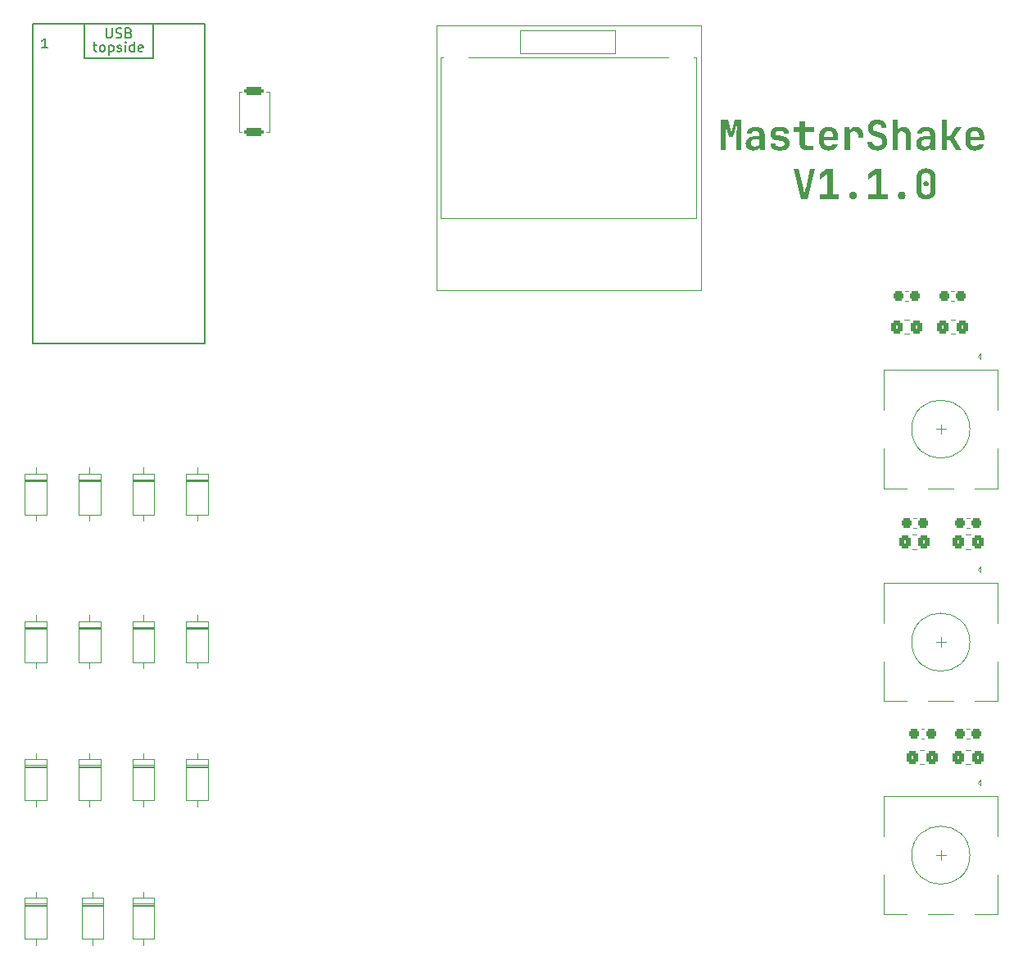
<source format=gto>
G04 #@! TF.GenerationSoftware,KiCad,Pcbnew,7.0.5*
G04 #@! TF.CreationDate,2023-07-29T23:22:17-07:00*
G04 #@! TF.ProjectId,Custom_KeyPad,43757374-6f6d-45f4-9b65-795061642e6b,rev?*
G04 #@! TF.SameCoordinates,Original*
G04 #@! TF.FileFunction,Legend,Top*
G04 #@! TF.FilePolarity,Positive*
%FSLAX46Y46*%
G04 Gerber Fmt 4.6, Leading zero omitted, Abs format (unit mm)*
G04 Created by KiCad (PCBNEW 7.0.5) date 2023-07-29 23:22:17*
%MOMM*%
%LPD*%
G01*
G04 APERTURE LIST*
G04 Aperture macros list*
%AMRoundRect*
0 Rectangle with rounded corners*
0 $1 Rounding radius*
0 $2 $3 $4 $5 $6 $7 $8 $9 X,Y pos of 4 corners*
0 Add a 4 corners polygon primitive as box body*
4,1,4,$2,$3,$4,$5,$6,$7,$8,$9,$2,$3,0*
0 Add four circle primitives for the rounded corners*
1,1,$1+$1,$2,$3*
1,1,$1+$1,$4,$5*
1,1,$1+$1,$6,$7*
1,1,$1+$1,$8,$9*
0 Add four rect primitives between the rounded corners*
20,1,$1+$1,$2,$3,$4,$5,0*
20,1,$1+$1,$4,$5,$6,$7,0*
20,1,$1+$1,$6,$7,$8,$9,0*
20,1,$1+$1,$8,$9,$2,$3,0*%
G04 Aperture macros list end*
%ADD10C,0.200000*%
%ADD11C,0.150000*%
%ADD12C,0.120000*%
%ADD13C,2.600000*%
%ADD14C,3.500000*%
%ADD15R,1.600000X1.600000*%
%ADD16O,1.600000X1.600000*%
%ADD17R,2.000000X2.000000*%
%ADD18C,2.000000*%
%ADD19R,2.000000X3.200000*%
%ADD20RoundRect,0.250000X-0.350000X-0.450000X0.350000X-0.450000X0.350000X0.450000X-0.350000X0.450000X0*%
%ADD21RoundRect,0.237500X-0.300000X-0.237500X0.300000X-0.237500X0.300000X0.237500X-0.300000X0.237500X0*%
%ADD22RoundRect,0.200000X0.800000X-0.200000X0.800000X0.200000X-0.800000X0.200000X-0.800000X-0.200000X0*%
%ADD23RoundRect,0.237500X0.300000X0.237500X-0.300000X0.237500X-0.300000X-0.237500X0.300000X-0.237500X0*%
%ADD24O,1.600000X2.000000*%
%ADD25C,1.750000*%
%ADD26C,3.987800*%
%ADD27C,3.300000*%
G04 APERTURE END LIST*
D10*
G36*
X175293275Y-48425000D02*
G01*
X175293275Y-45329954D01*
X175981307Y-45329954D01*
X176327155Y-46664986D01*
X176677399Y-45329954D01*
X177369828Y-45329954D01*
X177369828Y-48425000D01*
X176875969Y-48425000D01*
X176875969Y-47128803D01*
X176876026Y-47095481D01*
X176876198Y-47062010D01*
X176876484Y-47028390D01*
X176876885Y-46994622D01*
X176877400Y-46960704D01*
X176878030Y-46926638D01*
X176878774Y-46892423D01*
X176879632Y-46858060D01*
X176880606Y-46823547D01*
X176881693Y-46788885D01*
X176882895Y-46754075D01*
X176884212Y-46719116D01*
X176885643Y-46684008D01*
X176887189Y-46648751D01*
X176888849Y-46613345D01*
X176890623Y-46577791D01*
X176892481Y-46542231D01*
X176894390Y-46506808D01*
X176896351Y-46471522D01*
X176898363Y-46436374D01*
X176900426Y-46401364D01*
X176902542Y-46366490D01*
X176904708Y-46331754D01*
X176906927Y-46297156D01*
X176909196Y-46262695D01*
X176911518Y-46228371D01*
X176913890Y-46194185D01*
X176916315Y-46160136D01*
X176918790Y-46126224D01*
X176921318Y-46092450D01*
X176923897Y-46058813D01*
X176926527Y-46025314D01*
X176929200Y-45991980D01*
X176931908Y-45959024D01*
X176934650Y-45926447D01*
X176937426Y-45894247D01*
X176940237Y-45862425D01*
X176943082Y-45830980D01*
X176945961Y-45799914D01*
X176948875Y-45769225D01*
X176951823Y-45738914D01*
X176954806Y-45708981D01*
X176957823Y-45679426D01*
X176960874Y-45650248D01*
X176965515Y-45607190D01*
X176970233Y-45564983D01*
X176973422Y-45537316D01*
X176538181Y-47080443D01*
X176103673Y-47080443D01*
X175686018Y-45576151D01*
X175690755Y-45612953D01*
X175695440Y-45650637D01*
X175700074Y-45689203D01*
X175704656Y-45728650D01*
X175709187Y-45768979D01*
X175713667Y-45810189D01*
X175718094Y-45852281D01*
X175722471Y-45895254D01*
X175726796Y-45939109D01*
X175731069Y-45983846D01*
X175735291Y-46029464D01*
X175739461Y-46075963D01*
X175743580Y-46123345D01*
X175747647Y-46171607D01*
X175751663Y-46220752D01*
X175755627Y-46270778D01*
X175759442Y-46321359D01*
X175763011Y-46372352D01*
X175766334Y-46423758D01*
X175769411Y-46475575D01*
X175772242Y-46527805D01*
X175774827Y-46580447D01*
X175777165Y-46633501D01*
X175779257Y-46686967D01*
X175781103Y-46740846D01*
X175782703Y-46795136D01*
X175784057Y-46849839D01*
X175785165Y-46904954D01*
X175786026Y-46960481D01*
X175786642Y-47016420D01*
X175787011Y-47072772D01*
X175787134Y-47129535D01*
X175787134Y-48425000D01*
X175293275Y-48425000D01*
G37*
G36*
X178912548Y-46034192D02*
G01*
X178965550Y-46036648D01*
X179017007Y-46040741D01*
X179066919Y-46046471D01*
X179115284Y-46053838D01*
X179162105Y-46062843D01*
X179207379Y-46073485D01*
X179251108Y-46085764D01*
X179293292Y-46099680D01*
X179333930Y-46115233D01*
X179373022Y-46132424D01*
X179410568Y-46151251D01*
X179446569Y-46171716D01*
X179481025Y-46193818D01*
X179513935Y-46217557D01*
X179545299Y-46242934D01*
X179574934Y-46269707D01*
X179602658Y-46297820D01*
X179628469Y-46327272D01*
X179652369Y-46358064D01*
X179674356Y-46390195D01*
X179694432Y-46423666D01*
X179712596Y-46458476D01*
X179728847Y-46494626D01*
X179743187Y-46532116D01*
X179755615Y-46570944D01*
X179766131Y-46611113D01*
X179774734Y-46652621D01*
X179781426Y-46695468D01*
X179786206Y-46739655D01*
X179789074Y-46785182D01*
X179790030Y-46832048D01*
X179790030Y-48425000D01*
X179275655Y-48425000D01*
X179275655Y-48002948D01*
X179268689Y-48043327D01*
X179259057Y-48082031D01*
X179246758Y-48119061D01*
X179231794Y-48154417D01*
X179214163Y-48188098D01*
X179193867Y-48220105D01*
X179170904Y-48250437D01*
X179145275Y-48279095D01*
X179116980Y-48306079D01*
X179086018Y-48331388D01*
X179063896Y-48347330D01*
X179028996Y-48369591D01*
X178992163Y-48389663D01*
X178953399Y-48407544D01*
X178912702Y-48423236D01*
X178884498Y-48432481D01*
X178855435Y-48440753D01*
X178825513Y-48448052D01*
X178794733Y-48454377D01*
X178763094Y-48459730D01*
X178730596Y-48464109D01*
X178697240Y-48467515D01*
X178663025Y-48469948D01*
X178627951Y-48471408D01*
X178592019Y-48471894D01*
X178548273Y-48471118D01*
X178505694Y-48468791D01*
X178464284Y-48464913D01*
X178424041Y-48459484D01*
X178384966Y-48452503D01*
X178347059Y-48443970D01*
X178310319Y-48433887D01*
X178274748Y-48422252D01*
X178240344Y-48409066D01*
X178207108Y-48394328D01*
X178175039Y-48378039D01*
X178144139Y-48360199D01*
X178114406Y-48340807D01*
X178085841Y-48319864D01*
X178058444Y-48297370D01*
X178032214Y-48273325D01*
X178007459Y-48247931D01*
X177984301Y-48221576D01*
X177962740Y-48194259D01*
X177942776Y-48165980D01*
X177924409Y-48136740D01*
X177907639Y-48106537D01*
X177892466Y-48075373D01*
X177878891Y-48043248D01*
X177866913Y-48010161D01*
X177856531Y-47976112D01*
X177847747Y-47941101D01*
X177840560Y-47905129D01*
X177834970Y-47868195D01*
X177830977Y-47830299D01*
X177828582Y-47791441D01*
X177827783Y-47751622D01*
X177828690Y-47710208D01*
X177829505Y-47698133D01*
X178347288Y-47698133D01*
X178348959Y-47736910D01*
X178353974Y-47773741D01*
X178362331Y-47808626D01*
X178374032Y-47841564D01*
X178389076Y-47872557D01*
X178407463Y-47901602D01*
X178429193Y-47928702D01*
X178454266Y-47953855D01*
X178482613Y-47976352D01*
X178513800Y-47995850D01*
X178547826Y-48012347D01*
X178584692Y-48025846D01*
X178614204Y-48034001D01*
X178645314Y-48040469D01*
X178678020Y-48045249D01*
X178712324Y-48048343D01*
X178748225Y-48049749D01*
X178760547Y-48049842D01*
X178803242Y-48048825D01*
X178844224Y-48045772D01*
X178883493Y-48040685D01*
X178921048Y-48033562D01*
X178956891Y-48024404D01*
X178991021Y-48013212D01*
X179023438Y-47999984D01*
X179054142Y-47984721D01*
X179083132Y-47967423D01*
X179110410Y-47948091D01*
X179127644Y-47934071D01*
X179151738Y-47911682D01*
X179173462Y-47887927D01*
X179192816Y-47862806D01*
X179209801Y-47836321D01*
X179224415Y-47808470D01*
X179236660Y-47779254D01*
X179246534Y-47748672D01*
X179254039Y-47716726D01*
X179259174Y-47683414D01*
X179261939Y-47648737D01*
X179262466Y-47624860D01*
X179262466Y-47346423D01*
X178722445Y-47346423D01*
X178690653Y-47347292D01*
X178660123Y-47349901D01*
X178630855Y-47354248D01*
X178593795Y-47362748D01*
X178558979Y-47374340D01*
X178526407Y-47389024D01*
X178496079Y-47406798D01*
X178467995Y-47427664D01*
X178448404Y-47445341D01*
X178424705Y-47470769D01*
X178404166Y-47497961D01*
X178386786Y-47526915D01*
X178372567Y-47557632D01*
X178361507Y-47590113D01*
X178353607Y-47624356D01*
X178348868Y-47660363D01*
X178347288Y-47698133D01*
X177829505Y-47698133D01*
X177831412Y-47669865D01*
X177835949Y-47630593D01*
X177842300Y-47592391D01*
X177850466Y-47555259D01*
X177860447Y-47519198D01*
X177872242Y-47484208D01*
X177885852Y-47450287D01*
X177901276Y-47417438D01*
X177918516Y-47385658D01*
X177937569Y-47354950D01*
X177958438Y-47325311D01*
X177981121Y-47296744D01*
X178005619Y-47269246D01*
X178031931Y-47242819D01*
X178060058Y-47217463D01*
X178089768Y-47193329D01*
X178120829Y-47170751D01*
X178153241Y-47149731D01*
X178187003Y-47130268D01*
X178222117Y-47112362D01*
X178258582Y-47096013D01*
X178296397Y-47081221D01*
X178335564Y-47067986D01*
X178376082Y-47056308D01*
X178417950Y-47046188D01*
X178461170Y-47037624D01*
X178505740Y-47030617D01*
X178551662Y-47025167D01*
X178598934Y-47021275D01*
X178647558Y-47018939D01*
X178697532Y-47018161D01*
X179262466Y-47018161D01*
X179262466Y-46837909D01*
X179260868Y-46791593D01*
X179256077Y-46748265D01*
X179248092Y-46707925D01*
X179236912Y-46670573D01*
X179222538Y-46636209D01*
X179204969Y-46604833D01*
X179184207Y-46576446D01*
X179160250Y-46551046D01*
X179133099Y-46528635D01*
X179102754Y-46509212D01*
X179069214Y-46492777D01*
X179032480Y-46479330D01*
X178992552Y-46468872D01*
X178949430Y-46461401D01*
X178903114Y-46456919D01*
X178853603Y-46455425D01*
X178819377Y-46456114D01*
X178786490Y-46458181D01*
X178754942Y-46461627D01*
X178724734Y-46466450D01*
X178695866Y-46472652D01*
X178659459Y-46483065D01*
X178625433Y-46495928D01*
X178593788Y-46511241D01*
X178564524Y-46529004D01*
X178557581Y-46533827D01*
X178531798Y-46554447D01*
X178509037Y-46577104D01*
X178489300Y-46601799D01*
X178472584Y-46628532D01*
X178458891Y-46657303D01*
X178448221Y-46688112D01*
X178440573Y-46720959D01*
X178435948Y-46755844D01*
X177928900Y-46755844D01*
X177931905Y-46716022D01*
X177936708Y-46677156D01*
X177943308Y-46639246D01*
X177951706Y-46602291D01*
X177961901Y-46566293D01*
X177973894Y-46531251D01*
X177987684Y-46497165D01*
X178003272Y-46464035D01*
X178020657Y-46431861D01*
X178039839Y-46400642D01*
X178060819Y-46370380D01*
X178083597Y-46341074D01*
X178108172Y-46312723D01*
X178134544Y-46285329D01*
X178162714Y-46258891D01*
X178192682Y-46233408D01*
X178224218Y-46209185D01*
X178257093Y-46186525D01*
X178291308Y-46165428D01*
X178326863Y-46145893D01*
X178363757Y-46127921D01*
X178401990Y-46111512D01*
X178441563Y-46096666D01*
X178482476Y-46083382D01*
X178524728Y-46071661D01*
X178568320Y-46061503D01*
X178613251Y-46052908D01*
X178659522Y-46045876D01*
X178707132Y-46040406D01*
X178756081Y-46036499D01*
X178806371Y-46034155D01*
X178857999Y-46033374D01*
X178912548Y-46034192D01*
G37*
G36*
X181270142Y-48471894D02*
G01*
X181219068Y-48471153D01*
X181169346Y-48468929D01*
X181120974Y-48465222D01*
X181073954Y-48460033D01*
X181028284Y-48453361D01*
X180983965Y-48445207D01*
X180940998Y-48435570D01*
X180899381Y-48424450D01*
X180859115Y-48411848D01*
X180820201Y-48397763D01*
X180782637Y-48382195D01*
X180746424Y-48365145D01*
X180711562Y-48346612D01*
X180678051Y-48326596D01*
X180645891Y-48305098D01*
X180615082Y-48282117D01*
X180585979Y-48257780D01*
X180558754Y-48232395D01*
X180533406Y-48205962D01*
X180509936Y-48178482D01*
X180488343Y-48149954D01*
X180468628Y-48120379D01*
X180450791Y-48089756D01*
X180434831Y-48058086D01*
X180420749Y-48025368D01*
X180408545Y-47991602D01*
X180398218Y-47956789D01*
X180389768Y-47920928D01*
X180383197Y-47884020D01*
X180378503Y-47846064D01*
X180375686Y-47807060D01*
X180374748Y-47767009D01*
X180894252Y-47767009D01*
X180895798Y-47800268D01*
X180900434Y-47831535D01*
X180908162Y-47860810D01*
X180918982Y-47888093D01*
X180936853Y-47919395D01*
X180959554Y-47947584D01*
X180981192Y-47967894D01*
X180993170Y-47977302D01*
X181019297Y-47994304D01*
X181047850Y-48009039D01*
X181078831Y-48021507D01*
X181112239Y-48031707D01*
X181148074Y-48039642D01*
X181186336Y-48045309D01*
X181216625Y-48048071D01*
X181248280Y-48049559D01*
X181270142Y-48049842D01*
X181455522Y-48049842D01*
X181490345Y-48049198D01*
X181523649Y-48047266D01*
X181555432Y-48044046D01*
X181585696Y-48039538D01*
X181614440Y-48033742D01*
X181650401Y-48024011D01*
X181683660Y-48011990D01*
X181714217Y-47997679D01*
X181742072Y-47981078D01*
X181748614Y-47976570D01*
X181772828Y-47957255D01*
X181793814Y-47935949D01*
X181815506Y-47906515D01*
X181832153Y-47873968D01*
X181841839Y-47845689D01*
X181848296Y-47815418D01*
X181851525Y-47783155D01*
X181851928Y-47766277D01*
X181850806Y-47735078D01*
X181846248Y-47699011D01*
X181838184Y-47666199D01*
X181826613Y-47636643D01*
X181811537Y-47610343D01*
X181792954Y-47587298D01*
X181780121Y-47575034D01*
X181756032Y-47556555D01*
X181728186Y-47540044D01*
X181696583Y-47525500D01*
X181668597Y-47515282D01*
X181638206Y-47506323D01*
X181605410Y-47498624D01*
X181570211Y-47492184D01*
X181561035Y-47490771D01*
X180982912Y-47413834D01*
X180948608Y-47408427D01*
X180915307Y-47401916D01*
X180883006Y-47394299D01*
X180851708Y-47385578D01*
X180821411Y-47375752D01*
X180792117Y-47364821D01*
X180763824Y-47352786D01*
X180736532Y-47339645D01*
X180710243Y-47325400D01*
X180684955Y-47310050D01*
X180660669Y-47293595D01*
X180626118Y-47266841D01*
X180593822Y-47237601D01*
X180563779Y-47205876D01*
X180554266Y-47194748D01*
X180527553Y-47159874D01*
X180503467Y-47123118D01*
X180488870Y-47097570D01*
X180475440Y-47071186D01*
X180463179Y-47043966D01*
X180452085Y-47015911D01*
X180442159Y-46987020D01*
X180433400Y-46957293D01*
X180425810Y-46926730D01*
X180419387Y-46895331D01*
X180414132Y-46863097D01*
X180410044Y-46830027D01*
X180407125Y-46796121D01*
X180405373Y-46761379D01*
X180404789Y-46725802D01*
X180405645Y-46684469D01*
X180408213Y-46644366D01*
X180412492Y-46605494D01*
X180418482Y-46567853D01*
X180426184Y-46531443D01*
X180435598Y-46496263D01*
X180446724Y-46462315D01*
X180459561Y-46429596D01*
X180474110Y-46398109D01*
X180490370Y-46367853D01*
X180508342Y-46338827D01*
X180528025Y-46311032D01*
X180549420Y-46284468D01*
X180572527Y-46259134D01*
X180597345Y-46235031D01*
X180623875Y-46212159D01*
X180652108Y-46190509D01*
X180681852Y-46170256D01*
X180713108Y-46151400D01*
X180745875Y-46133941D01*
X180780152Y-46117878D01*
X180815942Y-46103212D01*
X180853242Y-46089942D01*
X180892054Y-46078070D01*
X180932377Y-46067594D01*
X180974211Y-46058515D01*
X181017557Y-46050833D01*
X181062413Y-46044548D01*
X181108781Y-46039659D01*
X181156660Y-46036167D01*
X181206051Y-46034072D01*
X181256953Y-46033374D01*
X181451126Y-46033374D01*
X181499074Y-46034083D01*
X181545831Y-46036213D01*
X181591397Y-46039762D01*
X181635773Y-46044731D01*
X181678959Y-46051119D01*
X181720953Y-46058927D01*
X181761757Y-46068155D01*
X181801370Y-46078803D01*
X181839792Y-46090870D01*
X181877024Y-46104357D01*
X181913065Y-46119263D01*
X181947916Y-46135589D01*
X181981575Y-46153335D01*
X182014044Y-46172500D01*
X182045323Y-46193085D01*
X182075410Y-46215090D01*
X182104104Y-46238280D01*
X182131018Y-46262420D01*
X182156151Y-46287510D01*
X182179504Y-46313551D01*
X182201076Y-46340541D01*
X182220869Y-46368482D01*
X182238880Y-46397374D01*
X182255112Y-46427215D01*
X182269563Y-46458007D01*
X182282235Y-46489749D01*
X182293125Y-46522441D01*
X182302236Y-46556084D01*
X182309566Y-46590677D01*
X182315116Y-46626220D01*
X182318885Y-46662713D01*
X182320875Y-46700157D01*
X181797706Y-46700157D01*
X181794168Y-46666443D01*
X181786300Y-46634912D01*
X181774104Y-46605564D01*
X181757578Y-46578398D01*
X181736723Y-46553414D01*
X181711539Y-46530613D01*
X181700253Y-46522103D01*
X181669635Y-46502894D01*
X181642925Y-46489871D01*
X181614245Y-46478932D01*
X181583596Y-46470076D01*
X181550979Y-46463304D01*
X181516392Y-46458616D01*
X181479835Y-46456011D01*
X181451126Y-46455425D01*
X181256953Y-46455425D01*
X181226056Y-46456050D01*
X181196563Y-46457924D01*
X181159422Y-46462366D01*
X181124778Y-46469029D01*
X181092630Y-46477914D01*
X181062977Y-46489019D01*
X181035820Y-46502346D01*
X181005384Y-46522127D01*
X180999765Y-46526500D01*
X180974223Y-46549680D01*
X180953011Y-46575258D01*
X180936127Y-46603232D01*
X180923573Y-46633604D01*
X180915347Y-46666373D01*
X180911451Y-46701539D01*
X180911105Y-46716277D01*
X180912697Y-46748366D01*
X180917473Y-46777771D01*
X180927408Y-46809516D01*
X180941928Y-46837397D01*
X180961033Y-46861414D01*
X180976318Y-46875279D01*
X181002936Y-46893147D01*
X181033883Y-46908286D01*
X181062977Y-46918815D01*
X181095077Y-46927448D01*
X181130182Y-46934185D01*
X181160430Y-46938210D01*
X181168293Y-46939026D01*
X181712710Y-47015963D01*
X181752208Y-47021409D01*
X181790471Y-47028041D01*
X181827496Y-47035858D01*
X181863286Y-47044859D01*
X181897838Y-47055046D01*
X181931155Y-47066418D01*
X181963234Y-47078974D01*
X181994078Y-47092716D01*
X182023684Y-47107642D01*
X182052055Y-47123754D01*
X182079189Y-47141050D01*
X182105086Y-47159532D01*
X182129747Y-47179198D01*
X182153171Y-47200049D01*
X182175359Y-47222085D01*
X182196311Y-47245307D01*
X182216008Y-47269630D01*
X182234435Y-47294972D01*
X182251592Y-47321333D01*
X182267477Y-47348713D01*
X182282091Y-47377112D01*
X182295435Y-47406530D01*
X182307508Y-47436967D01*
X182318310Y-47468422D01*
X182327841Y-47500897D01*
X182336102Y-47534391D01*
X182343091Y-47568904D01*
X182348810Y-47604435D01*
X182353258Y-47640986D01*
X182356435Y-47678555D01*
X182358341Y-47717144D01*
X182358976Y-47756751D01*
X182358078Y-47799003D01*
X182355381Y-47840030D01*
X182350888Y-47879832D01*
X182344597Y-47918409D01*
X182336508Y-47955761D01*
X182326622Y-47991888D01*
X182314938Y-48026790D01*
X182301457Y-48060467D01*
X182286179Y-48092919D01*
X182269103Y-48124146D01*
X182250229Y-48154148D01*
X182229558Y-48182924D01*
X182207090Y-48210476D01*
X182182824Y-48236803D01*
X182156760Y-48261904D01*
X182128900Y-48285781D01*
X182099307Y-48308318D01*
X182068049Y-48329401D01*
X182035125Y-48349030D01*
X182000535Y-48367206D01*
X181964279Y-48383927D01*
X181926357Y-48399194D01*
X181886770Y-48413007D01*
X181845517Y-48425366D01*
X181802598Y-48436271D01*
X181758013Y-48445722D01*
X181711762Y-48453719D01*
X181663846Y-48460262D01*
X181614264Y-48465351D01*
X181563016Y-48468986D01*
X181510102Y-48471167D01*
X181455522Y-48471894D01*
X181270142Y-48471894D01*
G37*
G36*
X184116792Y-48425000D02*
G01*
X184076647Y-48424252D01*
X184037543Y-48422011D01*
X183999481Y-48418276D01*
X183962461Y-48413047D01*
X183926483Y-48406324D01*
X183891547Y-48398106D01*
X183857652Y-48388395D01*
X183824800Y-48377189D01*
X183792989Y-48364489D01*
X183762220Y-48350296D01*
X183732493Y-48334608D01*
X183703808Y-48317426D01*
X183676165Y-48298750D01*
X183649563Y-48278580D01*
X183624004Y-48256916D01*
X183599486Y-48233757D01*
X183576239Y-48209323D01*
X183554492Y-48183829D01*
X183534244Y-48157276D01*
X183515497Y-48129664D01*
X183498249Y-48100993D01*
X183482501Y-48071263D01*
X183468253Y-48040474D01*
X183455505Y-48008627D01*
X183444256Y-47975720D01*
X183434507Y-47941754D01*
X183426258Y-47906729D01*
X183419509Y-47870645D01*
X183414260Y-47833502D01*
X183410511Y-47795299D01*
X183408261Y-47756038D01*
X183407511Y-47715718D01*
X183407511Y-46545551D01*
X182766373Y-46545551D01*
X182766373Y-46080268D01*
X183407511Y-46080268D01*
X183407511Y-45423743D01*
X183939472Y-45423743D01*
X183939472Y-46080268D01*
X184863443Y-46080268D01*
X184863443Y-46545551D01*
X183939472Y-46545551D01*
X183939472Y-47719382D01*
X183940849Y-47751231D01*
X183944982Y-47781292D01*
X183953577Y-47815003D01*
X183966139Y-47846138D01*
X183982669Y-47874697D01*
X183995892Y-47892306D01*
X184018896Y-47915215D01*
X184045042Y-47933384D01*
X184074331Y-47946814D01*
X184106763Y-47955504D01*
X184136190Y-47959124D01*
X184154894Y-47959717D01*
X184842926Y-47959717D01*
X184842926Y-48425000D01*
X184116792Y-48425000D01*
G37*
G36*
X186442641Y-46033829D02*
G01*
X186478136Y-46035194D01*
X186513052Y-46037469D01*
X186547390Y-46040655D01*
X186581150Y-46044751D01*
X186614332Y-46049757D01*
X186646935Y-46055673D01*
X186678961Y-46062500D01*
X186710408Y-46070236D01*
X186741277Y-46078883D01*
X186771568Y-46088440D01*
X186801281Y-46098907D01*
X186830415Y-46110284D01*
X186858971Y-46122572D01*
X186886950Y-46135769D01*
X186914350Y-46149877D01*
X186941172Y-46164712D01*
X186967232Y-46180274D01*
X186992531Y-46196563D01*
X187017069Y-46213579D01*
X187040846Y-46231322D01*
X187063861Y-46249792D01*
X187086114Y-46268989D01*
X187118068Y-46299147D01*
X187148308Y-46330941D01*
X187176835Y-46364371D01*
X187194901Y-46387567D01*
X187212206Y-46411489D01*
X187228750Y-46436139D01*
X187244532Y-46461515D01*
X187252138Y-46474476D01*
X187266778Y-46500857D01*
X187280474Y-46527794D01*
X187293225Y-46555285D01*
X187305031Y-46583332D01*
X187315894Y-46611934D01*
X187325811Y-46641092D01*
X187334784Y-46670804D01*
X187342813Y-46701072D01*
X187349897Y-46731896D01*
X187356036Y-46763274D01*
X187361231Y-46795208D01*
X187365482Y-46827697D01*
X187368787Y-46860741D01*
X187371149Y-46894341D01*
X187372566Y-46928496D01*
X187373038Y-46963206D01*
X187373038Y-47393318D01*
X185937623Y-47393318D01*
X185937623Y-47547923D01*
X185938698Y-47589534D01*
X185941925Y-47629188D01*
X185947302Y-47666883D01*
X185954830Y-47702621D01*
X185964510Y-47736401D01*
X185976340Y-47768223D01*
X185990321Y-47798087D01*
X186006453Y-47825994D01*
X186024736Y-47851943D01*
X186045171Y-47875934D01*
X186059988Y-47890840D01*
X186083827Y-47911530D01*
X186109456Y-47930184D01*
X186136875Y-47946804D01*
X186166085Y-47961388D01*
X186197085Y-47973938D01*
X186229875Y-47984452D01*
X186264456Y-47992932D01*
X186300827Y-47999376D01*
X186338988Y-48003785D01*
X186378940Y-48006159D01*
X186406569Y-48006612D01*
X186436918Y-48006129D01*
X186466418Y-48004680D01*
X186504428Y-48001245D01*
X186540927Y-47996093D01*
X186575915Y-47989224D01*
X186609392Y-47980637D01*
X186641357Y-47970333D01*
X186671811Y-47958312D01*
X186686471Y-47951657D01*
X186714109Y-47937117D01*
X186738770Y-47920974D01*
X186765410Y-47898541D01*
X186787399Y-47873604D01*
X186804737Y-47846163D01*
X186817423Y-47816217D01*
X186824224Y-47790457D01*
X187347392Y-47790457D01*
X187339733Y-47828716D01*
X187330494Y-47866008D01*
X187319675Y-47902332D01*
X187307275Y-47937689D01*
X187293296Y-47972079D01*
X187277737Y-48005501D01*
X187260598Y-48037956D01*
X187241879Y-48069443D01*
X187221581Y-48099963D01*
X187199702Y-48129515D01*
X187176243Y-48158100D01*
X187151204Y-48185718D01*
X187124586Y-48212368D01*
X187096387Y-48238051D01*
X187066608Y-48262766D01*
X187035250Y-48286514D01*
X187002655Y-48308962D01*
X186969167Y-48329962D01*
X186934786Y-48349514D01*
X186899512Y-48367618D01*
X186863345Y-48384273D01*
X186826285Y-48399480D01*
X186788332Y-48413239D01*
X186749486Y-48425549D01*
X186709747Y-48436411D01*
X186669115Y-48445825D01*
X186627590Y-48453791D01*
X186585171Y-48460308D01*
X186541860Y-48465377D01*
X186497656Y-48468998D01*
X186452559Y-48471170D01*
X186406569Y-48471894D01*
X186369952Y-48471445D01*
X186333926Y-48470097D01*
X186298489Y-48467850D01*
X186263641Y-48464704D01*
X186229383Y-48460660D01*
X186195715Y-48455717D01*
X186162636Y-48449875D01*
X186130147Y-48443135D01*
X186098248Y-48435495D01*
X186066938Y-48426957D01*
X186036218Y-48417521D01*
X186006087Y-48407185D01*
X185976546Y-48395951D01*
X185947595Y-48383818D01*
X185919233Y-48370786D01*
X185891461Y-48356856D01*
X185864459Y-48342009D01*
X185838223Y-48326413D01*
X185812755Y-48310067D01*
X185788054Y-48292971D01*
X185764120Y-48275125D01*
X185740954Y-48256529D01*
X185718554Y-48237183D01*
X185696921Y-48217088D01*
X185676056Y-48196242D01*
X185655957Y-48174647D01*
X185636626Y-48152301D01*
X185618061Y-48129206D01*
X185600264Y-48105361D01*
X185583234Y-48080766D01*
X185566971Y-48055421D01*
X185551475Y-48029326D01*
X185536923Y-48002564D01*
X185523310Y-47975219D01*
X185510636Y-47947289D01*
X185498901Y-47918776D01*
X185488105Y-47889678D01*
X185478248Y-47859997D01*
X185469329Y-47829732D01*
X185461349Y-47798883D01*
X185454308Y-47767450D01*
X185448206Y-47735433D01*
X185443042Y-47702833D01*
X185438818Y-47669648D01*
X185435532Y-47635879D01*
X185433185Y-47601527D01*
X185431777Y-47566591D01*
X185431307Y-47531071D01*
X185431307Y-47065055D01*
X185937623Y-47065055D01*
X186866722Y-47065055D01*
X186866722Y-46980792D01*
X186866259Y-46949822D01*
X186864868Y-46919746D01*
X186861042Y-46876306D01*
X186855130Y-46834876D01*
X186847132Y-46795454D01*
X186837047Y-46758042D01*
X186824875Y-46722639D01*
X186810617Y-46689246D01*
X186794272Y-46657861D01*
X186775841Y-46628487D01*
X186755323Y-46601121D01*
X186748020Y-46592445D01*
X186724974Y-46567958D01*
X186700072Y-46545880D01*
X186673316Y-46526210D01*
X186644706Y-46508949D01*
X186614240Y-46494096D01*
X186581920Y-46481652D01*
X186547745Y-46471616D01*
X186511715Y-46463989D01*
X186473831Y-46458770D01*
X186434092Y-46455960D01*
X186406569Y-46455425D01*
X186364016Y-46456642D01*
X186323459Y-46460294D01*
X186284898Y-46466380D01*
X186248334Y-46474900D01*
X186213766Y-46485854D01*
X186181195Y-46499243D01*
X186150620Y-46515066D01*
X186122041Y-46533323D01*
X186095459Y-46554015D01*
X186070873Y-46577141D01*
X186055592Y-46593911D01*
X186034509Y-46620725D01*
X186015501Y-46649510D01*
X185998566Y-46680265D01*
X185983704Y-46712991D01*
X185970917Y-46747687D01*
X185960203Y-46784354D01*
X185951562Y-46822992D01*
X185944996Y-46863601D01*
X185940503Y-46906180D01*
X185938659Y-46935661D01*
X185937738Y-46966017D01*
X185937623Y-46981524D01*
X185937623Y-47065055D01*
X185431307Y-47065055D01*
X185431307Y-46974197D01*
X185431777Y-46938677D01*
X185433185Y-46903741D01*
X185435532Y-46869388D01*
X185438818Y-46835620D01*
X185443042Y-46802435D01*
X185448206Y-46769834D01*
X185454308Y-46737818D01*
X185461349Y-46706385D01*
X185469329Y-46675536D01*
X185478248Y-46645271D01*
X185488105Y-46615589D01*
X185498901Y-46586492D01*
X185510636Y-46557979D01*
X185523310Y-46530049D01*
X185536923Y-46502703D01*
X185551475Y-46475942D01*
X185566971Y-46449850D01*
X185583234Y-46424513D01*
X185600264Y-46399932D01*
X185618061Y-46376107D01*
X185636626Y-46353038D01*
X185655957Y-46330724D01*
X185676056Y-46309166D01*
X185696921Y-46288363D01*
X185718554Y-46268316D01*
X185740954Y-46249025D01*
X185764120Y-46230489D01*
X185788054Y-46212709D01*
X185812755Y-46195684D01*
X185838223Y-46179415D01*
X185864459Y-46163902D01*
X185891461Y-46149145D01*
X185919233Y-46135125D01*
X185947595Y-46122011D01*
X185976546Y-46109801D01*
X186006087Y-46098495D01*
X186036218Y-46088093D01*
X186066938Y-46078597D01*
X186098248Y-46070004D01*
X186130147Y-46062316D01*
X186162636Y-46055533D01*
X186195715Y-46049654D01*
X186229383Y-46044679D01*
X186263641Y-46040609D01*
X186298489Y-46037444D01*
X186333926Y-46035182D01*
X186369952Y-46033826D01*
X186406569Y-46033374D01*
X186442641Y-46033829D01*
G37*
G36*
X188063268Y-48425000D02*
G01*
X188063268Y-46080268D01*
X188577644Y-46080268D01*
X188577644Y-46544818D01*
X188583440Y-46515709D01*
X188593947Y-46473484D01*
X188606632Y-46432985D01*
X188621493Y-46394212D01*
X188638532Y-46357165D01*
X188657746Y-46321844D01*
X188679138Y-46288249D01*
X188702706Y-46256379D01*
X188728451Y-46226236D01*
X188756373Y-46197818D01*
X188786471Y-46171127D01*
X188818665Y-46146509D01*
X188852597Y-46124312D01*
X188888268Y-46104537D01*
X188925678Y-46087183D01*
X188964827Y-46072251D01*
X189005714Y-46059740D01*
X189048341Y-46049651D01*
X189077724Y-46044270D01*
X189107881Y-46039965D01*
X189138810Y-46036737D01*
X189170512Y-46034584D01*
X189202987Y-46033508D01*
X189219514Y-46033374D01*
X189263231Y-46034278D01*
X189305724Y-46036991D01*
X189346991Y-46041514D01*
X189387034Y-46047845D01*
X189425851Y-46055985D01*
X189463444Y-46065934D01*
X189499811Y-46077692D01*
X189534953Y-46091259D01*
X189568871Y-46106635D01*
X189601563Y-46123820D01*
X189633030Y-46142813D01*
X189663272Y-46163616D01*
X189692290Y-46186228D01*
X189720082Y-46210648D01*
X189746649Y-46236877D01*
X189771991Y-46264916D01*
X189796037Y-46294485D01*
X189818531Y-46325492D01*
X189839474Y-46357935D01*
X189858865Y-46391815D01*
X189876705Y-46427132D01*
X189892994Y-46463886D01*
X189907732Y-46502077D01*
X189920918Y-46541704D01*
X189932553Y-46582768D01*
X189942637Y-46625269D01*
X189951169Y-46669207D01*
X189958150Y-46714582D01*
X189963580Y-46761394D01*
X189967458Y-46809642D01*
X189969785Y-46859327D01*
X189970560Y-46910450D01*
X189970560Y-47133199D01*
X189442996Y-47133199D01*
X189442996Y-46937561D01*
X189442030Y-46898463D01*
X189439132Y-46861131D01*
X189434302Y-46825563D01*
X189427540Y-46791759D01*
X189418846Y-46759720D01*
X189408220Y-46729446D01*
X189395662Y-46700936D01*
X189381172Y-46674190D01*
X189364750Y-46649210D01*
X189346396Y-46625994D01*
X189333087Y-46611496D01*
X189311792Y-46591331D01*
X189280834Y-46567528D01*
X189255692Y-46551991D01*
X189228902Y-46538437D01*
X189200463Y-46526866D01*
X189170375Y-46517279D01*
X189138639Y-46509676D01*
X189105254Y-46504056D01*
X189070220Y-46500419D01*
X189033538Y-46498766D01*
X189020944Y-46498656D01*
X188982266Y-46499783D01*
X188945364Y-46503164D01*
X188910241Y-46508799D01*
X188876894Y-46516688D01*
X188845326Y-46526831D01*
X188815534Y-46539228D01*
X188787520Y-46553879D01*
X188761284Y-46570784D01*
X188736825Y-46589943D01*
X188714143Y-46611356D01*
X188700009Y-46626884D01*
X188680498Y-46651729D01*
X188662906Y-46678455D01*
X188647233Y-46707062D01*
X188633480Y-46737549D01*
X188621645Y-46769916D01*
X188611730Y-46804164D01*
X188603733Y-46840292D01*
X188597656Y-46878301D01*
X188593498Y-46918190D01*
X188591259Y-46959960D01*
X188590833Y-46988852D01*
X188590833Y-48425000D01*
X188063268Y-48425000D01*
G37*
G36*
X191449939Y-48471894D02*
G01*
X191411225Y-48471462D01*
X191373117Y-48470165D01*
X191335617Y-48468004D01*
X191298723Y-48464979D01*
X191262435Y-48461089D01*
X191226755Y-48456335D01*
X191191681Y-48450717D01*
X191157214Y-48444234D01*
X191123354Y-48436886D01*
X191090101Y-48428675D01*
X191057455Y-48419598D01*
X191025415Y-48409658D01*
X190993982Y-48398853D01*
X190963156Y-48387184D01*
X190932936Y-48374650D01*
X190903324Y-48361252D01*
X190874516Y-48347047D01*
X190846526Y-48332092D01*
X190819355Y-48316387D01*
X190793002Y-48299932D01*
X190767469Y-48282727D01*
X190742753Y-48264772D01*
X190718857Y-48246068D01*
X190695779Y-48226613D01*
X190673519Y-48206409D01*
X190652078Y-48185455D01*
X190631456Y-48163750D01*
X190611652Y-48141296D01*
X190592667Y-48118092D01*
X190574501Y-48094138D01*
X190557153Y-48069434D01*
X190540623Y-48043981D01*
X190525007Y-48017846D01*
X190510398Y-47991098D01*
X190496797Y-47963738D01*
X190484203Y-47935766D01*
X190472617Y-47907181D01*
X190462038Y-47877983D01*
X190452467Y-47848173D01*
X190443903Y-47817751D01*
X190436347Y-47786716D01*
X190429798Y-47755068D01*
X190424257Y-47722808D01*
X190419723Y-47689935D01*
X190416197Y-47656450D01*
X190413678Y-47622353D01*
X190412167Y-47587642D01*
X190411663Y-47552320D01*
X190931168Y-47552320D01*
X190932411Y-47590591D01*
X190936139Y-47627367D01*
X190942354Y-47662650D01*
X190951054Y-47696438D01*
X190962241Y-47728733D01*
X190975913Y-47759533D01*
X190992071Y-47788839D01*
X191010714Y-47816652D01*
X191031844Y-47842970D01*
X191055460Y-47867794D01*
X191072584Y-47883513D01*
X191099931Y-47905512D01*
X191128938Y-47925347D01*
X191159608Y-47943019D01*
X191191939Y-47958526D01*
X191225931Y-47971870D01*
X191261585Y-47983050D01*
X191298901Y-47992066D01*
X191337878Y-47998918D01*
X191378516Y-48003606D01*
X191420816Y-48006131D01*
X191449939Y-48006612D01*
X191491829Y-48005549D01*
X191532045Y-48002361D01*
X191570586Y-47997048D01*
X191607453Y-47989610D01*
X191642646Y-47980047D01*
X191676164Y-47968358D01*
X191708007Y-47954544D01*
X191738177Y-47938605D01*
X191766671Y-47920541D01*
X191793492Y-47900352D01*
X191810442Y-47885711D01*
X191834274Y-47862184D01*
X191855762Y-47837214D01*
X191874906Y-47810801D01*
X191891706Y-47782946D01*
X191906162Y-47753648D01*
X191918273Y-47722908D01*
X191928040Y-47690725D01*
X191935464Y-47657100D01*
X191940543Y-47622032D01*
X191943278Y-47585522D01*
X191943798Y-47560380D01*
X191942447Y-47522667D01*
X191938395Y-47486099D01*
X191931640Y-47450677D01*
X191922183Y-47416399D01*
X191910024Y-47383266D01*
X191895164Y-47351277D01*
X191877601Y-47320434D01*
X191857336Y-47290736D01*
X191834565Y-47262594D01*
X191809480Y-47236789D01*
X191782083Y-47213318D01*
X191752373Y-47192184D01*
X191720351Y-47173385D01*
X191686015Y-47156921D01*
X191658746Y-47146106D01*
X191630176Y-47136605D01*
X191610407Y-47131001D01*
X191197148Y-47024755D01*
X191156018Y-47013638D01*
X191115975Y-47001354D01*
X191077021Y-46987901D01*
X191039153Y-46973281D01*
X191002374Y-46957493D01*
X190966682Y-46940537D01*
X190932078Y-46922414D01*
X190898561Y-46903122D01*
X190866132Y-46882663D01*
X190834791Y-46861036D01*
X190804537Y-46838241D01*
X190775371Y-46814279D01*
X190747293Y-46789149D01*
X190720302Y-46762851D01*
X190694399Y-46735385D01*
X190669584Y-46706751D01*
X190646070Y-46677184D01*
X190624074Y-46646919D01*
X190603595Y-46615956D01*
X190584633Y-46584294D01*
X190567188Y-46551934D01*
X190551259Y-46518875D01*
X190536848Y-46485118D01*
X190523954Y-46450662D01*
X190512576Y-46415509D01*
X190502716Y-46379656D01*
X190494373Y-46343106D01*
X190487546Y-46305857D01*
X190482237Y-46267910D01*
X190478444Y-46229264D01*
X190476169Y-46189920D01*
X190475410Y-46149877D01*
X190476415Y-46101131D01*
X190479429Y-46053627D01*
X190484452Y-46007365D01*
X190491485Y-45962345D01*
X190500526Y-45918567D01*
X190511577Y-45876032D01*
X190524638Y-45834738D01*
X190539707Y-45794687D01*
X190556786Y-45755878D01*
X190575874Y-45718312D01*
X190596972Y-45681987D01*
X190620079Y-45646905D01*
X190645195Y-45613065D01*
X190672320Y-45580467D01*
X190701454Y-45549112D01*
X190732598Y-45518998D01*
X190765425Y-45490427D01*
X190799608Y-45463700D01*
X190835149Y-45438816D01*
X190872046Y-45415775D01*
X190910299Y-45394577D01*
X190949909Y-45375223D01*
X190990876Y-45357712D01*
X191033200Y-45342044D01*
X191076880Y-45328220D01*
X191121917Y-45316238D01*
X191168311Y-45306100D01*
X191216062Y-45297806D01*
X191265169Y-45291354D01*
X191315633Y-45286746D01*
X191367453Y-45283981D01*
X191420630Y-45283060D01*
X191456706Y-45283477D01*
X191492209Y-45284731D01*
X191527139Y-45286820D01*
X191561497Y-45289746D01*
X191595283Y-45293507D01*
X191628496Y-45298103D01*
X191661137Y-45303536D01*
X191693205Y-45309804D01*
X191724701Y-45316908D01*
X191755625Y-45324848D01*
X191785976Y-45333624D01*
X191815754Y-45343235D01*
X191844960Y-45353682D01*
X191873594Y-45364965D01*
X191901655Y-45377083D01*
X191929144Y-45390038D01*
X191955957Y-45403665D01*
X191981992Y-45417985D01*
X192007248Y-45432997D01*
X192043673Y-45456814D01*
X192078346Y-45482190D01*
X192111267Y-45509124D01*
X192142437Y-45537617D01*
X192171854Y-45567668D01*
X192199521Y-45599278D01*
X192225435Y-45632446D01*
X192249598Y-45667172D01*
X192264734Y-45691189D01*
X192285816Y-45728176D01*
X192304825Y-45766323D01*
X192321760Y-45805628D01*
X192336621Y-45846093D01*
X192349409Y-45887717D01*
X192356782Y-45916110D01*
X192363233Y-45945018D01*
X192368763Y-45974442D01*
X192373371Y-46004381D01*
X192377058Y-46034835D01*
X192379823Y-46065804D01*
X192381666Y-46097288D01*
X192382588Y-46129288D01*
X192382703Y-46145481D01*
X191868327Y-46145481D01*
X191867245Y-46112826D01*
X191864000Y-46081356D01*
X191858590Y-46051071D01*
X191851017Y-46021970D01*
X191841279Y-45994055D01*
X191824930Y-45958678D01*
X191804735Y-45925408D01*
X191787063Y-45901837D01*
X191767228Y-45879452D01*
X191745229Y-45858251D01*
X191721583Y-45838609D01*
X191696534Y-45820899D01*
X191670081Y-45805121D01*
X191642223Y-45791275D01*
X191612962Y-45779361D01*
X191582297Y-45769379D01*
X191550228Y-45761329D01*
X191516755Y-45755211D01*
X191481878Y-45751025D01*
X191445597Y-45748771D01*
X191420630Y-45748342D01*
X191384120Y-45749295D01*
X191349052Y-45752155D01*
X191315426Y-45756920D01*
X191283244Y-45763592D01*
X191252503Y-45772170D01*
X191223206Y-45782654D01*
X191195351Y-45795045D01*
X191168938Y-45809342D01*
X191143968Y-45825545D01*
X191120441Y-45843654D01*
X191105557Y-45856786D01*
X191084867Y-45877568D01*
X191060447Y-45907100D01*
X191039644Y-45938716D01*
X191022460Y-45972416D01*
X191008893Y-46008200D01*
X190998944Y-46046067D01*
X190993856Y-46075835D01*
X190990803Y-46106774D01*
X190989786Y-46138886D01*
X190991068Y-46174172D01*
X190994915Y-46207855D01*
X191001326Y-46239934D01*
X191010302Y-46270411D01*
X191021843Y-46299285D01*
X191035948Y-46326557D01*
X191052617Y-46352225D01*
X191071851Y-46376290D01*
X191093570Y-46398765D01*
X191117326Y-46419659D01*
X191143121Y-46438973D01*
X191170953Y-46456707D01*
X191200823Y-46472862D01*
X191232731Y-46487436D01*
X191266677Y-46500431D01*
X191302661Y-46511845D01*
X191728376Y-46618091D01*
X191770580Y-46629377D01*
X191811644Y-46641985D01*
X191851569Y-46655915D01*
X191890355Y-46671168D01*
X191928002Y-46687743D01*
X191964509Y-46705641D01*
X191999878Y-46724860D01*
X192034107Y-46745403D01*
X192067197Y-46767267D01*
X192099148Y-46790454D01*
X192129960Y-46814963D01*
X192159633Y-46840795D01*
X192188166Y-46867948D01*
X192215561Y-46896425D01*
X192241816Y-46926223D01*
X192266932Y-46957344D01*
X192290711Y-46989510D01*
X192312956Y-47022443D01*
X192333667Y-47056142D01*
X192352844Y-47090609D01*
X192370487Y-47125843D01*
X192386595Y-47161844D01*
X192401170Y-47198612D01*
X192414210Y-47236147D01*
X192425716Y-47274450D01*
X192435688Y-47313519D01*
X192444126Y-47353355D01*
X192451030Y-47393959D01*
X192456399Y-47435329D01*
X192460235Y-47477467D01*
X192462536Y-47520372D01*
X192463303Y-47564043D01*
X192462816Y-47598201D01*
X192461357Y-47631798D01*
X192458924Y-47664834D01*
X192455518Y-47697308D01*
X192451139Y-47729222D01*
X192445786Y-47760575D01*
X192439461Y-47791367D01*
X192432162Y-47821598D01*
X192423890Y-47851267D01*
X192414645Y-47880376D01*
X192404427Y-47908924D01*
X192393236Y-47936911D01*
X192381071Y-47964337D01*
X192367934Y-47991201D01*
X192353823Y-48017505D01*
X192338739Y-48043248D01*
X192322765Y-48068355D01*
X192305984Y-48092753D01*
X192288396Y-48116441D01*
X192270000Y-48139419D01*
X192250797Y-48161687D01*
X192230788Y-48183245D01*
X192209971Y-48204093D01*
X192188347Y-48224232D01*
X192165915Y-48243661D01*
X192142677Y-48262380D01*
X192118631Y-48280389D01*
X192093779Y-48297688D01*
X192068119Y-48314277D01*
X192041652Y-48330157D01*
X192014378Y-48345327D01*
X191986297Y-48359787D01*
X191957497Y-48373362D01*
X191928068Y-48386062D01*
X191898009Y-48397886D01*
X191867320Y-48408834D01*
X191836001Y-48418906D01*
X191804053Y-48428102D01*
X191771476Y-48436423D01*
X191738268Y-48443867D01*
X191704431Y-48450436D01*
X191669964Y-48456129D01*
X191634868Y-48460946D01*
X191599141Y-48464887D01*
X191562785Y-48467953D01*
X191525800Y-48470142D01*
X191488184Y-48471456D01*
X191449939Y-48471894D01*
G37*
G36*
X193014315Y-48425000D02*
G01*
X193014315Y-45329954D01*
X193541879Y-45329954D01*
X193541879Y-46103715D01*
X193528690Y-46541887D01*
X193534478Y-46512784D01*
X193544941Y-46470589D01*
X193557541Y-46430146D01*
X193572280Y-46391455D01*
X193589158Y-46354515D01*
X193608173Y-46319327D01*
X193629326Y-46285890D01*
X193652617Y-46254205D01*
X193678047Y-46224272D01*
X193705614Y-46196091D01*
X193735320Y-46169661D01*
X193767011Y-46145305D01*
X193800261Y-46123345D01*
X193835069Y-46103780D01*
X193871436Y-46086611D01*
X193909361Y-46071837D01*
X193948844Y-46059460D01*
X193989886Y-46049478D01*
X194032487Y-46041892D01*
X194061753Y-46038165D01*
X194091712Y-46035503D01*
X194122364Y-46033906D01*
X194153708Y-46033374D01*
X194195854Y-46034275D01*
X194236930Y-46036980D01*
X194276935Y-46041488D01*
X194315870Y-46047799D01*
X194353734Y-46055914D01*
X194390528Y-46065831D01*
X194426251Y-46077552D01*
X194460904Y-46091076D01*
X194494487Y-46106403D01*
X194526999Y-46123533D01*
X194558440Y-46142467D01*
X194588811Y-46163204D01*
X194618112Y-46185744D01*
X194646342Y-46210087D01*
X194673501Y-46236233D01*
X194699590Y-46264183D01*
X194724435Y-46293564D01*
X194747676Y-46324187D01*
X194769314Y-46356052D01*
X194789350Y-46389159D01*
X194807782Y-46423509D01*
X194824612Y-46459100D01*
X194839839Y-46495934D01*
X194853463Y-46534010D01*
X194865485Y-46573329D01*
X194875903Y-46613889D01*
X194884719Y-46655692D01*
X194891932Y-46698737D01*
X194897542Y-46743024D01*
X194901549Y-46788553D01*
X194903953Y-46835325D01*
X194904754Y-46883339D01*
X194904754Y-48425000D01*
X194377190Y-48425000D01*
X194377190Y-46950750D01*
X194376205Y-46910828D01*
X194373249Y-46872671D01*
X194368322Y-46836279D01*
X194361425Y-46801651D01*
X194352557Y-46768788D01*
X194341718Y-46737689D01*
X194328909Y-46708355D01*
X194314129Y-46680785D01*
X194297379Y-46654980D01*
X194278658Y-46630939D01*
X194265082Y-46615893D01*
X194243511Y-46594941D01*
X194220561Y-46576051D01*
X194196232Y-46559221D01*
X194170526Y-46544452D01*
X194143442Y-46531743D01*
X194114979Y-46521096D01*
X194085138Y-46512509D01*
X194053919Y-46505983D01*
X194021322Y-46501518D01*
X193987347Y-46499114D01*
X193963931Y-46498656D01*
X193927459Y-46499706D01*
X193892507Y-46502855D01*
X193859075Y-46508104D01*
X193827163Y-46515452D01*
X193796770Y-46524899D01*
X193767898Y-46536446D01*
X193740545Y-46550092D01*
X193714712Y-46565838D01*
X193690399Y-46583683D01*
X193667605Y-46603628D01*
X193653254Y-46618091D01*
X193633350Y-46641380D01*
X193615404Y-46666460D01*
X193599416Y-46693329D01*
X193585385Y-46721990D01*
X193573312Y-46752440D01*
X193563197Y-46784681D01*
X193555040Y-46818712D01*
X193548840Y-46854533D01*
X193544599Y-46892145D01*
X193542314Y-46931547D01*
X193541879Y-46958810D01*
X193541879Y-48425000D01*
X193014315Y-48425000D01*
G37*
G36*
X196536135Y-46034192D02*
G01*
X196589137Y-46036648D01*
X196640594Y-46040741D01*
X196690506Y-46046471D01*
X196738871Y-46053838D01*
X196785692Y-46062843D01*
X196830966Y-46073485D01*
X196874695Y-46085764D01*
X196916879Y-46099680D01*
X196957516Y-46115233D01*
X196996609Y-46132424D01*
X197034155Y-46151251D01*
X197070156Y-46171716D01*
X197104612Y-46193818D01*
X197137521Y-46217557D01*
X197168886Y-46242934D01*
X197198521Y-46269707D01*
X197226245Y-46297820D01*
X197252056Y-46327272D01*
X197275956Y-46358064D01*
X197297943Y-46390195D01*
X197318019Y-46423666D01*
X197336182Y-46458476D01*
X197352434Y-46494626D01*
X197366774Y-46532116D01*
X197379202Y-46570944D01*
X197389717Y-46611113D01*
X197398321Y-46652621D01*
X197405013Y-46695468D01*
X197409793Y-46739655D01*
X197412661Y-46785182D01*
X197413617Y-46832048D01*
X197413617Y-48425000D01*
X196899242Y-48425000D01*
X196899242Y-48002948D01*
X196892276Y-48043327D01*
X196882644Y-48082031D01*
X196870345Y-48119061D01*
X196855381Y-48154417D01*
X196837750Y-48188098D01*
X196817454Y-48220105D01*
X196794491Y-48250437D01*
X196768862Y-48279095D01*
X196740566Y-48306079D01*
X196709605Y-48331388D01*
X196687483Y-48347330D01*
X196652583Y-48369591D01*
X196615750Y-48389663D01*
X196576986Y-48407544D01*
X196536289Y-48423236D01*
X196508085Y-48432481D01*
X196479022Y-48440753D01*
X196449100Y-48448052D01*
X196418320Y-48454377D01*
X196386681Y-48459730D01*
X196354183Y-48464109D01*
X196320827Y-48467515D01*
X196286612Y-48469948D01*
X196251538Y-48471408D01*
X196215606Y-48471894D01*
X196171860Y-48471118D01*
X196129281Y-48468791D01*
X196087871Y-48464913D01*
X196047628Y-48459484D01*
X196008553Y-48452503D01*
X195970646Y-48443970D01*
X195933906Y-48433887D01*
X195898334Y-48422252D01*
X195863930Y-48409066D01*
X195830694Y-48394328D01*
X195798626Y-48378039D01*
X195767726Y-48360199D01*
X195737993Y-48340807D01*
X195709428Y-48319864D01*
X195682031Y-48297370D01*
X195655801Y-48273325D01*
X195631046Y-48247931D01*
X195607888Y-48221576D01*
X195586327Y-48194259D01*
X195566363Y-48165980D01*
X195547996Y-48136740D01*
X195531226Y-48106537D01*
X195516053Y-48075373D01*
X195502478Y-48043248D01*
X195490499Y-48010161D01*
X195480118Y-47976112D01*
X195471334Y-47941101D01*
X195464147Y-47905129D01*
X195458557Y-47868195D01*
X195454564Y-47830299D01*
X195452169Y-47791441D01*
X195451370Y-47751622D01*
X195452277Y-47710208D01*
X195453092Y-47698133D01*
X195970875Y-47698133D01*
X195972546Y-47736910D01*
X195977561Y-47773741D01*
X195985918Y-47808626D01*
X195997619Y-47841564D01*
X196012663Y-47872557D01*
X196031050Y-47901602D01*
X196052780Y-47928702D01*
X196077853Y-47953855D01*
X196106200Y-47976352D01*
X196137387Y-47995850D01*
X196171413Y-48012347D01*
X196208279Y-48025846D01*
X196237791Y-48034001D01*
X196268900Y-48040469D01*
X196301607Y-48045249D01*
X196335911Y-48048343D01*
X196371812Y-48049749D01*
X196384133Y-48049842D01*
X196426828Y-48048825D01*
X196467810Y-48045772D01*
X196507079Y-48040685D01*
X196544635Y-48033562D01*
X196580478Y-48024404D01*
X196614608Y-48013212D01*
X196647025Y-47999984D01*
X196677729Y-47984721D01*
X196706719Y-47967423D01*
X196733997Y-47948091D01*
X196751230Y-47934071D01*
X196775325Y-47911682D01*
X196797049Y-47887927D01*
X196816403Y-47862806D01*
X196833388Y-47836321D01*
X196848002Y-47808470D01*
X196860247Y-47779254D01*
X196870121Y-47748672D01*
X196877626Y-47716726D01*
X196882761Y-47683414D01*
X196885526Y-47648737D01*
X196886052Y-47624860D01*
X196886052Y-47346423D01*
X196346032Y-47346423D01*
X196314239Y-47347292D01*
X196283710Y-47349901D01*
X196254442Y-47354248D01*
X196217382Y-47362748D01*
X196182566Y-47374340D01*
X196149994Y-47389024D01*
X196119666Y-47406798D01*
X196091582Y-47427664D01*
X196071991Y-47445341D01*
X196048292Y-47470769D01*
X196027753Y-47497961D01*
X196010373Y-47526915D01*
X195996154Y-47557632D01*
X195985094Y-47590113D01*
X195977194Y-47624356D01*
X195972454Y-47660363D01*
X195970875Y-47698133D01*
X195453092Y-47698133D01*
X195454999Y-47669865D01*
X195459536Y-47630593D01*
X195465887Y-47592391D01*
X195474053Y-47555259D01*
X195484034Y-47519198D01*
X195495829Y-47484208D01*
X195509439Y-47450287D01*
X195524863Y-47417438D01*
X195542102Y-47385658D01*
X195561156Y-47354950D01*
X195582025Y-47325311D01*
X195604708Y-47296744D01*
X195629205Y-47269246D01*
X195655518Y-47242819D01*
X195683645Y-47217463D01*
X195713355Y-47193329D01*
X195744416Y-47170751D01*
X195776827Y-47149731D01*
X195810590Y-47130268D01*
X195845704Y-47112362D01*
X195882169Y-47096013D01*
X195919984Y-47081221D01*
X195959151Y-47067986D01*
X195999668Y-47056308D01*
X196041537Y-47046188D01*
X196084757Y-47037624D01*
X196129327Y-47030617D01*
X196175249Y-47025167D01*
X196222521Y-47021275D01*
X196271144Y-47018939D01*
X196321119Y-47018161D01*
X196886052Y-47018161D01*
X196886052Y-46837909D01*
X196884455Y-46791593D01*
X196879664Y-46748265D01*
X196871678Y-46707925D01*
X196860499Y-46670573D01*
X196846124Y-46636209D01*
X196828556Y-46604833D01*
X196807794Y-46576446D01*
X196783837Y-46551046D01*
X196756686Y-46528635D01*
X196726341Y-46509212D01*
X196692801Y-46492777D01*
X196656067Y-46479330D01*
X196616139Y-46468872D01*
X196573017Y-46461401D01*
X196526701Y-46456919D01*
X196477190Y-46455425D01*
X196442964Y-46456114D01*
X196410077Y-46458181D01*
X196378529Y-46461627D01*
X196348321Y-46466450D01*
X196319453Y-46472652D01*
X196283045Y-46483065D01*
X196249019Y-46495928D01*
X196217375Y-46511241D01*
X196188111Y-46529004D01*
X196181168Y-46533827D01*
X196155385Y-46554447D01*
X196132624Y-46577104D01*
X196112886Y-46601799D01*
X196096171Y-46628532D01*
X196082478Y-46657303D01*
X196071808Y-46688112D01*
X196064160Y-46720959D01*
X196059535Y-46755844D01*
X195552487Y-46755844D01*
X195555492Y-46716022D01*
X195560295Y-46677156D01*
X195566895Y-46639246D01*
X195575293Y-46602291D01*
X195585488Y-46566293D01*
X195597481Y-46531251D01*
X195611271Y-46497165D01*
X195626858Y-46464035D01*
X195644244Y-46431861D01*
X195663426Y-46400642D01*
X195684406Y-46370380D01*
X195707184Y-46341074D01*
X195731759Y-46312723D01*
X195758131Y-46285329D01*
X195786301Y-46258891D01*
X195816269Y-46233408D01*
X195847805Y-46209185D01*
X195880680Y-46186525D01*
X195914895Y-46165428D01*
X195950450Y-46145893D01*
X195987344Y-46127921D01*
X196025577Y-46111512D01*
X196065150Y-46096666D01*
X196106063Y-46083382D01*
X196148315Y-46071661D01*
X196191907Y-46061503D01*
X196236838Y-46052908D01*
X196283108Y-46045876D01*
X196330719Y-46040406D01*
X196379668Y-46036499D01*
X196429958Y-46034155D01*
X196481586Y-46033374D01*
X196536135Y-46034192D01*
G37*
G36*
X198070142Y-48425000D02*
G01*
X198070142Y-45329954D01*
X198597706Y-45329954D01*
X198597706Y-46974930D01*
X198969200Y-46974930D01*
X199522410Y-46080268D01*
X200108593Y-46080268D01*
X199421293Y-47196946D01*
X200134238Y-48425000D01*
X199534866Y-48425000D01*
X198969200Y-47440212D01*
X198597706Y-47440212D01*
X198597706Y-48425000D01*
X198070142Y-48425000D01*
G37*
G36*
X201548573Y-46033829D02*
G01*
X201584067Y-46035194D01*
X201618984Y-46037469D01*
X201653322Y-46040655D01*
X201687082Y-46044751D01*
X201720263Y-46049757D01*
X201752867Y-46055673D01*
X201784892Y-46062500D01*
X201816340Y-46070236D01*
X201847209Y-46078883D01*
X201877499Y-46088440D01*
X201907212Y-46098907D01*
X201936347Y-46110284D01*
X201964903Y-46122572D01*
X201992881Y-46135769D01*
X202020281Y-46149877D01*
X202047103Y-46164712D01*
X202073164Y-46180274D01*
X202098463Y-46196563D01*
X202123001Y-46213579D01*
X202146777Y-46231322D01*
X202169792Y-46249792D01*
X202192046Y-46268989D01*
X202223999Y-46299147D01*
X202254239Y-46330941D01*
X202282766Y-46364371D01*
X202300833Y-46387567D01*
X202318138Y-46411489D01*
X202334681Y-46436139D01*
X202350464Y-46461515D01*
X202358069Y-46474476D01*
X202372709Y-46500857D01*
X202386405Y-46527794D01*
X202399156Y-46555285D01*
X202410963Y-46583332D01*
X202421825Y-46611934D01*
X202431743Y-46641092D01*
X202440716Y-46670804D01*
X202448744Y-46701072D01*
X202455828Y-46731896D01*
X202461968Y-46763274D01*
X202467163Y-46795208D01*
X202471413Y-46827697D01*
X202474719Y-46860741D01*
X202477080Y-46894341D01*
X202478497Y-46928496D01*
X202478969Y-46963206D01*
X202478969Y-47393318D01*
X201043554Y-47393318D01*
X201043554Y-47547923D01*
X201044630Y-47589534D01*
X201047856Y-47629188D01*
X201053234Y-47666883D01*
X201060762Y-47702621D01*
X201070441Y-47736401D01*
X201082271Y-47768223D01*
X201096253Y-47798087D01*
X201112385Y-47825994D01*
X201130668Y-47851943D01*
X201151102Y-47875934D01*
X201165920Y-47890840D01*
X201189759Y-47911530D01*
X201215388Y-47930184D01*
X201242807Y-47946804D01*
X201272017Y-47961388D01*
X201303017Y-47973938D01*
X201335807Y-47984452D01*
X201370388Y-47992932D01*
X201406759Y-47999376D01*
X201444920Y-48003785D01*
X201484871Y-48006159D01*
X201512500Y-48006612D01*
X201542850Y-48006129D01*
X201572350Y-48004680D01*
X201610360Y-48001245D01*
X201646859Y-47996093D01*
X201681847Y-47989224D01*
X201715323Y-47980637D01*
X201747288Y-47970333D01*
X201777742Y-47958312D01*
X201792403Y-47951657D01*
X201820040Y-47937117D01*
X201844701Y-47920974D01*
X201871341Y-47898541D01*
X201893330Y-47873604D01*
X201910668Y-47846163D01*
X201923355Y-47816217D01*
X201930156Y-47790457D01*
X202453324Y-47790457D01*
X202445665Y-47828716D01*
X202436425Y-47866008D01*
X202425606Y-47902332D01*
X202413207Y-47937689D01*
X202399228Y-47972079D01*
X202383669Y-48005501D01*
X202366530Y-48037956D01*
X202347811Y-48069443D01*
X202327512Y-48099963D01*
X202305633Y-48129515D01*
X202282175Y-48158100D01*
X202257136Y-48185718D01*
X202230517Y-48212368D01*
X202202319Y-48238051D01*
X202172540Y-48262766D01*
X202141182Y-48286514D01*
X202108587Y-48308962D01*
X202075099Y-48329962D01*
X202040718Y-48349514D01*
X202005444Y-48367618D01*
X201969277Y-48384273D01*
X201932217Y-48399480D01*
X201894263Y-48413239D01*
X201855417Y-48425549D01*
X201815678Y-48436411D01*
X201775046Y-48445825D01*
X201733521Y-48453791D01*
X201691103Y-48460308D01*
X201647792Y-48465377D01*
X201603588Y-48468998D01*
X201558491Y-48471170D01*
X201512500Y-48471894D01*
X201475884Y-48471445D01*
X201439857Y-48470097D01*
X201404420Y-48467850D01*
X201369573Y-48464704D01*
X201335315Y-48460660D01*
X201301646Y-48455717D01*
X201268568Y-48449875D01*
X201236079Y-48443135D01*
X201204179Y-48435495D01*
X201172869Y-48426957D01*
X201142149Y-48417521D01*
X201112019Y-48407185D01*
X201082478Y-48395951D01*
X201053526Y-48383818D01*
X201025164Y-48370786D01*
X200997392Y-48356856D01*
X200970390Y-48342009D01*
X200944155Y-48326413D01*
X200918687Y-48310067D01*
X200893986Y-48292971D01*
X200870052Y-48275125D01*
X200846885Y-48256529D01*
X200824486Y-48237183D01*
X200802853Y-48217088D01*
X200781987Y-48196242D01*
X200761889Y-48174647D01*
X200742557Y-48152301D01*
X200723993Y-48129206D01*
X200706196Y-48105361D01*
X200689165Y-48080766D01*
X200672902Y-48055421D01*
X200657406Y-48029326D01*
X200642855Y-48002564D01*
X200629242Y-47975219D01*
X200616568Y-47947289D01*
X200604833Y-47918776D01*
X200594037Y-47889678D01*
X200584179Y-47859997D01*
X200575261Y-47829732D01*
X200567281Y-47798883D01*
X200560240Y-47767450D01*
X200554137Y-47735433D01*
X200548974Y-47702833D01*
X200544749Y-47669648D01*
X200541463Y-47635879D01*
X200539116Y-47601527D01*
X200537708Y-47566591D01*
X200537239Y-47531071D01*
X200537239Y-47065055D01*
X201043554Y-47065055D01*
X201972654Y-47065055D01*
X201972654Y-46980792D01*
X201972190Y-46949822D01*
X201970799Y-46919746D01*
X201966974Y-46876306D01*
X201961062Y-46834876D01*
X201953064Y-46795454D01*
X201942978Y-46758042D01*
X201930807Y-46722639D01*
X201916549Y-46689246D01*
X201900204Y-46657861D01*
X201881773Y-46628487D01*
X201861255Y-46601121D01*
X201853952Y-46592445D01*
X201830905Y-46567958D01*
X201806004Y-46545880D01*
X201779248Y-46526210D01*
X201750637Y-46508949D01*
X201720172Y-46494096D01*
X201687852Y-46481652D01*
X201653677Y-46471616D01*
X201617647Y-46463989D01*
X201579763Y-46458770D01*
X201540024Y-46455960D01*
X201512500Y-46455425D01*
X201469947Y-46456642D01*
X201429390Y-46460294D01*
X201390830Y-46466380D01*
X201354265Y-46474900D01*
X201319698Y-46485854D01*
X201287126Y-46499243D01*
X201256551Y-46515066D01*
X201227973Y-46533323D01*
X201201391Y-46554015D01*
X201176805Y-46577141D01*
X201161524Y-46593911D01*
X201140441Y-46620725D01*
X201121432Y-46649510D01*
X201104497Y-46680265D01*
X201089636Y-46712991D01*
X201076848Y-46747687D01*
X201066134Y-46784354D01*
X201057494Y-46822992D01*
X201050927Y-46863601D01*
X201046434Y-46906180D01*
X201044591Y-46935661D01*
X201043669Y-46966017D01*
X201043554Y-46981524D01*
X201043554Y-47065055D01*
X200537239Y-47065055D01*
X200537239Y-46974197D01*
X200537708Y-46938677D01*
X200539116Y-46903741D01*
X200541463Y-46869388D01*
X200544749Y-46835620D01*
X200548974Y-46802435D01*
X200554137Y-46769834D01*
X200560240Y-46737818D01*
X200567281Y-46706385D01*
X200575261Y-46675536D01*
X200584179Y-46645271D01*
X200594037Y-46615589D01*
X200604833Y-46586492D01*
X200616568Y-46557979D01*
X200629242Y-46530049D01*
X200642855Y-46502703D01*
X200657406Y-46475942D01*
X200672902Y-46449850D01*
X200689165Y-46424513D01*
X200706196Y-46399932D01*
X200723993Y-46376107D01*
X200742557Y-46353038D01*
X200761889Y-46330724D01*
X200781987Y-46309166D01*
X200802853Y-46288363D01*
X200824486Y-46268316D01*
X200846885Y-46249025D01*
X200870052Y-46230489D01*
X200893986Y-46212709D01*
X200918687Y-46195684D01*
X200944155Y-46179415D01*
X200970390Y-46163902D01*
X200997392Y-46149145D01*
X201025164Y-46135125D01*
X201053526Y-46122011D01*
X201082478Y-46109801D01*
X201112019Y-46098495D01*
X201142149Y-46088093D01*
X201172869Y-46078597D01*
X201204179Y-46070004D01*
X201236079Y-46062316D01*
X201268568Y-46055533D01*
X201301646Y-46049654D01*
X201335315Y-46044679D01*
X201369573Y-46040609D01*
X201404420Y-46037444D01*
X201439857Y-46035182D01*
X201475884Y-46033826D01*
X201512500Y-46033374D01*
X201548573Y-46033829D01*
G37*
G36*
X183542332Y-53465000D02*
G01*
X182766373Y-50369954D01*
X183310790Y-50369954D01*
X183779004Y-52391552D01*
X183788426Y-52428933D01*
X183795358Y-52457464D01*
X183802173Y-52486420D01*
X183808873Y-52515802D01*
X183815457Y-52545608D01*
X183821925Y-52575840D01*
X183828277Y-52606496D01*
X183834513Y-52637578D01*
X183840633Y-52669085D01*
X183846637Y-52701016D01*
X183848613Y-52711755D01*
X183854392Y-52743422D01*
X183859913Y-52773853D01*
X183865177Y-52803048D01*
X183871794Y-52840051D01*
X183877954Y-52874855D01*
X183883655Y-52907462D01*
X183888899Y-52937870D01*
X183894809Y-52972789D01*
X183896973Y-52985795D01*
X183902597Y-52952250D01*
X183907612Y-52922941D01*
X183913085Y-52891433D01*
X183919015Y-52857728D01*
X183925404Y-52821824D01*
X183932250Y-52783722D01*
X183937685Y-52753703D01*
X183943378Y-52722448D01*
X183945333Y-52711755D01*
X183951430Y-52679643D01*
X183957629Y-52647878D01*
X183963932Y-52616462D01*
X183970338Y-52585393D01*
X183976846Y-52554672D01*
X183983458Y-52524299D01*
X183990173Y-52494274D01*
X183996991Y-52464596D01*
X184003911Y-52435266D01*
X184010935Y-52406284D01*
X184015675Y-52387156D01*
X184467036Y-50369954D01*
X185002660Y-50369954D01*
X184226701Y-53465000D01*
X183542332Y-53465000D01*
G37*
G36*
X185490658Y-53465000D02*
G01*
X185490658Y-52999717D01*
X186292263Y-52999717D01*
X186292263Y-50913639D01*
X185486261Y-51502752D01*
X185486261Y-50913639D01*
X186195543Y-50369954D01*
X186819827Y-50369954D01*
X186819827Y-52999717D01*
X187466094Y-52999717D01*
X187466094Y-53465000D01*
X185490658Y-53465000D01*
G37*
G36*
X188919827Y-53511894D02*
G01*
X188887191Y-53510928D01*
X188855779Y-53508030D01*
X188825591Y-53503200D01*
X188796626Y-53496438D01*
X188759909Y-53484417D01*
X188725368Y-53468961D01*
X188693002Y-53450070D01*
X188662811Y-53427745D01*
X188634796Y-53401985D01*
X188609551Y-53373466D01*
X188587672Y-53342863D01*
X188569159Y-53310176D01*
X188554013Y-53275406D01*
X188542232Y-53238552D01*
X188535605Y-53209544D01*
X188530871Y-53179364D01*
X188528031Y-53148012D01*
X188527085Y-53115488D01*
X188528031Y-53082945D01*
X188530871Y-53051535D01*
X188535605Y-53021258D01*
X188542232Y-52992115D01*
X188554013Y-52955020D01*
X188569159Y-52919941D01*
X188587672Y-52886877D01*
X188609551Y-52855827D01*
X188634796Y-52826793D01*
X188662811Y-52800518D01*
X188693002Y-52777746D01*
X188725368Y-52758477D01*
X188759909Y-52742712D01*
X188796626Y-52730451D01*
X188825591Y-52723553D01*
X188855779Y-52718627D01*
X188887191Y-52715671D01*
X188919827Y-52714685D01*
X188952463Y-52715671D01*
X188983875Y-52718627D01*
X189014064Y-52723553D01*
X189043029Y-52730451D01*
X189079745Y-52742712D01*
X189114287Y-52758477D01*
X189146653Y-52777746D01*
X189176843Y-52800518D01*
X189204859Y-52826793D01*
X189230103Y-52855827D01*
X189251982Y-52886877D01*
X189270495Y-52919941D01*
X189285642Y-52955020D01*
X189297423Y-52992115D01*
X189304050Y-53021258D01*
X189308783Y-53051535D01*
X189311623Y-53082945D01*
X189312570Y-53115488D01*
X189311623Y-53148012D01*
X189308783Y-53179364D01*
X189304050Y-53209544D01*
X189297423Y-53238552D01*
X189285642Y-53275406D01*
X189270495Y-53310176D01*
X189251982Y-53342863D01*
X189230103Y-53373466D01*
X189204859Y-53401985D01*
X189176843Y-53427745D01*
X189146653Y-53450070D01*
X189114287Y-53468961D01*
X189079745Y-53484417D01*
X189043029Y-53496438D01*
X189014064Y-53503200D01*
X188983875Y-53508030D01*
X188952463Y-53510928D01*
X188919827Y-53511894D01*
G37*
G36*
X190525968Y-53465000D02*
G01*
X190525968Y-52999717D01*
X191327573Y-52999717D01*
X191327573Y-50913639D01*
X190521572Y-51502752D01*
X190521572Y-50913639D01*
X191230853Y-50369954D01*
X191855138Y-50369954D01*
X191855138Y-52999717D01*
X192501404Y-52999717D01*
X192501404Y-53465000D01*
X190525968Y-53465000D01*
G37*
G36*
X193955138Y-53511894D02*
G01*
X193922502Y-53510928D01*
X193891090Y-53508030D01*
X193860901Y-53503200D01*
X193831936Y-53496438D01*
X193795220Y-53484417D01*
X193760678Y-53468961D01*
X193728312Y-53450070D01*
X193698122Y-53427745D01*
X193670106Y-53401985D01*
X193644862Y-53373466D01*
X193622983Y-53342863D01*
X193604470Y-53310176D01*
X193589323Y-53275406D01*
X193577542Y-53238552D01*
X193570915Y-53209544D01*
X193566182Y-53179364D01*
X193563342Y-53148012D01*
X193562395Y-53115488D01*
X193563342Y-53082945D01*
X193566182Y-53051535D01*
X193570915Y-53021258D01*
X193577542Y-52992115D01*
X193589323Y-52955020D01*
X193604470Y-52919941D01*
X193622983Y-52886877D01*
X193644862Y-52855827D01*
X193670106Y-52826793D01*
X193698122Y-52800518D01*
X193728312Y-52777746D01*
X193760678Y-52758477D01*
X193795220Y-52742712D01*
X193831936Y-52730451D01*
X193860901Y-52723553D01*
X193891090Y-52718627D01*
X193922502Y-52715671D01*
X193955138Y-52714685D01*
X193987774Y-52715671D01*
X194019186Y-52718627D01*
X194049374Y-52723553D01*
X194078339Y-52730451D01*
X194115056Y-52742712D01*
X194149597Y-52758477D01*
X194181963Y-52777746D01*
X194212154Y-52800518D01*
X194240169Y-52826793D01*
X194265414Y-52855827D01*
X194287293Y-52886877D01*
X194305806Y-52919941D01*
X194320952Y-52955020D01*
X194332733Y-52992115D01*
X194339360Y-53021258D01*
X194344094Y-53051535D01*
X194346934Y-53082945D01*
X194347880Y-53115488D01*
X194346934Y-53148012D01*
X194344094Y-53179364D01*
X194339360Y-53209544D01*
X194332733Y-53238552D01*
X194320952Y-53275406D01*
X194305806Y-53310176D01*
X194287293Y-53342863D01*
X194265414Y-53373466D01*
X194240169Y-53401985D01*
X194212154Y-53427745D01*
X194181963Y-53450070D01*
X194149597Y-53468961D01*
X194115056Y-53484417D01*
X194078339Y-53496438D01*
X194049374Y-53503200D01*
X194019186Y-53508030D01*
X193987774Y-53510928D01*
X193955138Y-53511894D01*
G37*
G36*
X196503682Y-51637117D02*
G01*
X196532968Y-51640139D01*
X196567322Y-51646751D01*
X196599172Y-51656511D01*
X196628516Y-51669420D01*
X196655357Y-51685477D01*
X196675026Y-51700589D01*
X196696979Y-51722206D01*
X196715212Y-51746757D01*
X196729723Y-51774241D01*
X196740514Y-51804660D01*
X196747583Y-51838012D01*
X196750932Y-51874297D01*
X196751230Y-51889633D01*
X196750039Y-51920076D01*
X196745202Y-51955650D01*
X196736644Y-51988468D01*
X196724365Y-52018533D01*
X196708365Y-52045842D01*
X196688645Y-52070396D01*
X196675026Y-52083806D01*
X196650189Y-52103437D01*
X196622848Y-52119741D01*
X196593002Y-52132718D01*
X196560652Y-52142367D01*
X196525797Y-52148689D01*
X196496110Y-52151351D01*
X196472793Y-52151950D01*
X196441892Y-52150885D01*
X196412572Y-52147691D01*
X196378143Y-52140704D01*
X196346183Y-52130389D01*
X196316691Y-52116747D01*
X196289668Y-52099777D01*
X196269827Y-52083806D01*
X196248085Y-52060905D01*
X196230028Y-52035249D01*
X196215656Y-52006838D01*
X196204969Y-51975671D01*
X196197968Y-51941751D01*
X196194651Y-51905075D01*
X196194356Y-51889633D01*
X196195535Y-51859431D01*
X196200326Y-51824319D01*
X196208802Y-51792140D01*
X196220963Y-51762895D01*
X196236809Y-51736584D01*
X196256340Y-51713207D01*
X196269827Y-51700589D01*
X196294875Y-51682013D01*
X196322392Y-51666586D01*
X196352377Y-51654307D01*
X196384831Y-51645177D01*
X196419754Y-51639195D01*
X196449470Y-51636676D01*
X196472793Y-51636109D01*
X196503682Y-51637117D01*
G37*
G36*
X196509939Y-50323509D02*
G01*
X196546455Y-50324857D01*
X196582342Y-50327104D01*
X196617599Y-50330249D01*
X196652226Y-50334294D01*
X196686223Y-50339237D01*
X196719591Y-50345079D01*
X196752329Y-50351819D01*
X196784437Y-50359458D01*
X196815916Y-50367996D01*
X196846765Y-50377433D01*
X196876984Y-50387769D01*
X196906574Y-50399003D01*
X196935534Y-50411136D01*
X196963864Y-50424167D01*
X196991565Y-50438098D01*
X197018653Y-50452755D01*
X197044962Y-50468151D01*
X197070493Y-50484286D01*
X197095246Y-50501158D01*
X197119220Y-50518770D01*
X197142415Y-50537119D01*
X197164832Y-50556207D01*
X197186471Y-50576034D01*
X197217468Y-50607159D01*
X197246715Y-50639945D01*
X197265239Y-50662725D01*
X197282985Y-50686244D01*
X197299952Y-50710501D01*
X197316141Y-50735497D01*
X197331551Y-50761231D01*
X197346102Y-50787526D01*
X197359715Y-50814388D01*
X197372389Y-50841817D01*
X197384124Y-50869812D01*
X197394920Y-50898374D01*
X197404778Y-50927503D01*
X197413697Y-50957199D01*
X197421676Y-50987461D01*
X197428718Y-51018290D01*
X197434820Y-51049686D01*
X197439983Y-51081648D01*
X197444208Y-51114177D01*
X197447494Y-51147273D01*
X197449841Y-51180936D01*
X197451249Y-51215165D01*
X197451718Y-51249961D01*
X197451718Y-52584993D01*
X197451249Y-52619791D01*
X197449841Y-52654029D01*
X197447494Y-52687706D01*
X197444208Y-52720822D01*
X197439983Y-52753377D01*
X197434820Y-52785371D01*
X197428718Y-52816804D01*
X197421676Y-52847676D01*
X197413697Y-52877987D01*
X197404778Y-52907737D01*
X197394920Y-52936925D01*
X197384124Y-52965553D01*
X197372389Y-52993620D01*
X197359715Y-53021126D01*
X197346102Y-53048071D01*
X197331551Y-53074455D01*
X197316141Y-53100104D01*
X197299952Y-53125025D01*
X197282985Y-53149219D01*
X197265239Y-53172687D01*
X197246715Y-53195427D01*
X197217468Y-53228174D01*
X197186471Y-53259286D01*
X197164832Y-53279118D01*
X197142415Y-53298224D01*
X197119220Y-53316602D01*
X197095246Y-53334253D01*
X197070493Y-53351178D01*
X197044962Y-53367375D01*
X197018653Y-53382845D01*
X196991565Y-53397588D01*
X196963864Y-53411430D01*
X196935534Y-53424379D01*
X196906574Y-53436435D01*
X196876984Y-53447597D01*
X196846765Y-53457867D01*
X196815916Y-53467243D01*
X196784437Y-53475727D01*
X196752329Y-53483318D01*
X196719591Y-53490015D01*
X196686223Y-53495820D01*
X196652226Y-53500731D01*
X196617599Y-53504750D01*
X196582342Y-53507876D01*
X196546455Y-53510108D01*
X196509939Y-53511448D01*
X196472793Y-53511894D01*
X196435644Y-53511448D01*
X196399119Y-53510108D01*
X196363219Y-53507876D01*
X196327942Y-53504750D01*
X196293289Y-53500731D01*
X196259260Y-53495820D01*
X196225855Y-53490015D01*
X196193074Y-53483318D01*
X196160917Y-53475727D01*
X196129384Y-53467243D01*
X196098475Y-53457867D01*
X196068189Y-53447597D01*
X196038528Y-53436435D01*
X196009491Y-53424379D01*
X195981078Y-53411430D01*
X195953288Y-53397588D01*
X195926289Y-53382845D01*
X195900063Y-53367375D01*
X195874609Y-53351178D01*
X195849928Y-53334253D01*
X195826020Y-53316602D01*
X195802885Y-53298224D01*
X195780522Y-53279118D01*
X195758932Y-53259286D01*
X195727997Y-53228174D01*
X195698800Y-53195427D01*
X195680301Y-53172687D01*
X195662576Y-53149219D01*
X195645623Y-53125025D01*
X195629443Y-53100104D01*
X195614035Y-53074455D01*
X195599484Y-53048071D01*
X195585871Y-53021126D01*
X195573197Y-52993620D01*
X195561462Y-52965553D01*
X195550666Y-52936925D01*
X195540808Y-52907737D01*
X195531889Y-52877987D01*
X195523910Y-52847676D01*
X195516869Y-52816804D01*
X195510766Y-52785371D01*
X195505603Y-52753377D01*
X195501378Y-52720822D01*
X195498092Y-52687706D01*
X195495745Y-52654029D01*
X195494337Y-52619791D01*
X195493868Y-52584993D01*
X195493868Y-52581329D01*
X195991390Y-52581329D01*
X195992537Y-52620287D01*
X195995976Y-52657750D01*
X196001707Y-52693720D01*
X196009731Y-52728195D01*
X196020048Y-52761177D01*
X196032658Y-52792664D01*
X196047560Y-52822657D01*
X196064755Y-52851156D01*
X196084242Y-52878161D01*
X196106022Y-52903672D01*
X196121816Y-52919849D01*
X196147188Y-52942503D01*
X196174117Y-52962929D01*
X196202606Y-52981126D01*
X196232653Y-52997095D01*
X196264258Y-53010836D01*
X196297422Y-53022348D01*
X196332144Y-53031633D01*
X196368425Y-53038689D01*
X196406264Y-53043517D01*
X196445662Y-53046116D01*
X196472793Y-53046612D01*
X196513223Y-53045497D01*
X196552082Y-53042155D01*
X196589370Y-53036584D01*
X196625086Y-53028786D01*
X196659231Y-53018759D01*
X196691804Y-53006503D01*
X196722807Y-52992020D01*
X196752237Y-52975308D01*
X196780097Y-52956368D01*
X196806385Y-52935200D01*
X196823037Y-52919849D01*
X196846477Y-52895335D01*
X196867611Y-52869326D01*
X196886439Y-52841822D01*
X196902962Y-52812825D01*
X196917179Y-52782334D01*
X196929091Y-52750349D01*
X196938697Y-52716869D01*
X196945998Y-52681896D01*
X196950994Y-52645428D01*
X196953683Y-52607467D01*
X196954196Y-52581329D01*
X196954196Y-51253625D01*
X196953062Y-51214667D01*
X196949662Y-51177203D01*
X196943995Y-51141234D01*
X196936061Y-51106758D01*
X196925860Y-51073777D01*
X196913392Y-51042290D01*
X196898657Y-51012297D01*
X196881656Y-50983797D01*
X196862387Y-50956792D01*
X196840852Y-50931281D01*
X196825235Y-50915104D01*
X196800225Y-50892450D01*
X196773552Y-50872025D01*
X196745218Y-50853828D01*
X196715223Y-50837859D01*
X196683566Y-50824118D01*
X196650248Y-50812605D01*
X196615268Y-50803321D01*
X196578627Y-50796265D01*
X196540324Y-50791437D01*
X196500359Y-50788837D01*
X196472793Y-50788342D01*
X196431721Y-50789456D01*
X196392310Y-50792799D01*
X196354561Y-50798369D01*
X196318474Y-50806168D01*
X196284047Y-50816195D01*
X196251283Y-50828450D01*
X196220180Y-50842934D01*
X196190738Y-50859646D01*
X196162958Y-50878586D01*
X196136840Y-50899754D01*
X196120351Y-50915104D01*
X196097304Y-50939619D01*
X196076524Y-50965628D01*
X196058011Y-50993131D01*
X196041765Y-51022128D01*
X196027786Y-51052620D01*
X196016074Y-51084605D01*
X196006629Y-51118084D01*
X195999450Y-51153058D01*
X195994539Y-51189525D01*
X195991894Y-51227487D01*
X195991390Y-51253625D01*
X195991390Y-52581329D01*
X195493868Y-52581329D01*
X195493868Y-51249961D01*
X195494337Y-51215165D01*
X195495745Y-51180936D01*
X195498092Y-51147273D01*
X195501378Y-51114177D01*
X195505603Y-51081648D01*
X195510766Y-51049686D01*
X195516869Y-51018290D01*
X195523910Y-50987461D01*
X195531889Y-50957199D01*
X195540808Y-50927503D01*
X195550666Y-50898374D01*
X195561462Y-50869812D01*
X195573197Y-50841817D01*
X195585871Y-50814388D01*
X195599484Y-50787526D01*
X195614035Y-50761231D01*
X195629443Y-50735497D01*
X195645623Y-50710501D01*
X195662576Y-50686244D01*
X195680301Y-50662725D01*
X195698800Y-50639945D01*
X195727997Y-50607159D01*
X195758932Y-50576034D01*
X195780522Y-50556207D01*
X195802885Y-50537119D01*
X195826020Y-50518770D01*
X195849928Y-50501158D01*
X195874609Y-50484286D01*
X195900063Y-50468151D01*
X195926289Y-50452755D01*
X195953288Y-50438098D01*
X195981078Y-50424167D01*
X196009491Y-50411136D01*
X196038528Y-50399003D01*
X196068189Y-50387769D01*
X196098475Y-50377433D01*
X196129384Y-50367996D01*
X196160917Y-50359458D01*
X196193074Y-50351819D01*
X196225855Y-50345079D01*
X196259260Y-50339237D01*
X196293289Y-50334294D01*
X196327942Y-50330249D01*
X196363219Y-50327104D01*
X196399119Y-50324857D01*
X196435644Y-50323509D01*
X196472793Y-50323060D01*
X196509939Y-50323509D01*
G37*
D11*
X111738095Y-35851069D02*
X111738095Y-36660592D01*
X111738095Y-36660592D02*
X111785714Y-36755830D01*
X111785714Y-36755830D02*
X111833333Y-36803450D01*
X111833333Y-36803450D02*
X111928571Y-36851069D01*
X111928571Y-36851069D02*
X112119047Y-36851069D01*
X112119047Y-36851069D02*
X112214285Y-36803450D01*
X112214285Y-36803450D02*
X112261904Y-36755830D01*
X112261904Y-36755830D02*
X112309523Y-36660592D01*
X112309523Y-36660592D02*
X112309523Y-35851069D01*
X112738095Y-36803450D02*
X112880952Y-36851069D01*
X112880952Y-36851069D02*
X113119047Y-36851069D01*
X113119047Y-36851069D02*
X113214285Y-36803450D01*
X113214285Y-36803450D02*
X113261904Y-36755830D01*
X113261904Y-36755830D02*
X113309523Y-36660592D01*
X113309523Y-36660592D02*
X113309523Y-36565354D01*
X113309523Y-36565354D02*
X113261904Y-36470116D01*
X113261904Y-36470116D02*
X113214285Y-36422497D01*
X113214285Y-36422497D02*
X113119047Y-36374878D01*
X113119047Y-36374878D02*
X112928571Y-36327259D01*
X112928571Y-36327259D02*
X112833333Y-36279640D01*
X112833333Y-36279640D02*
X112785714Y-36232021D01*
X112785714Y-36232021D02*
X112738095Y-36136783D01*
X112738095Y-36136783D02*
X112738095Y-36041545D01*
X112738095Y-36041545D02*
X112785714Y-35946307D01*
X112785714Y-35946307D02*
X112833333Y-35898688D01*
X112833333Y-35898688D02*
X112928571Y-35851069D01*
X112928571Y-35851069D02*
X113166666Y-35851069D01*
X113166666Y-35851069D02*
X113309523Y-35898688D01*
X114071428Y-36327259D02*
X114214285Y-36374878D01*
X114214285Y-36374878D02*
X114261904Y-36422497D01*
X114261904Y-36422497D02*
X114309523Y-36517735D01*
X114309523Y-36517735D02*
X114309523Y-36660592D01*
X114309523Y-36660592D02*
X114261904Y-36755830D01*
X114261904Y-36755830D02*
X114214285Y-36803450D01*
X114214285Y-36803450D02*
X114119047Y-36851069D01*
X114119047Y-36851069D02*
X113738095Y-36851069D01*
X113738095Y-36851069D02*
X113738095Y-35851069D01*
X113738095Y-35851069D02*
X114071428Y-35851069D01*
X114071428Y-35851069D02*
X114166666Y-35898688D01*
X114166666Y-35898688D02*
X114214285Y-35946307D01*
X114214285Y-35946307D02*
X114261904Y-36041545D01*
X114261904Y-36041545D02*
X114261904Y-36136783D01*
X114261904Y-36136783D02*
X114214285Y-36232021D01*
X114214285Y-36232021D02*
X114166666Y-36279640D01*
X114166666Y-36279640D02*
X114071428Y-36327259D01*
X114071428Y-36327259D02*
X113738095Y-36327259D01*
X105665714Y-37881069D02*
X105094286Y-37881069D01*
X105380000Y-37881069D02*
X105380000Y-36881069D01*
X105380000Y-36881069D02*
X105284762Y-37023926D01*
X105284762Y-37023926D02*
X105189524Y-37119164D01*
X105189524Y-37119164D02*
X105094286Y-37166783D01*
X110380952Y-37584402D02*
X110761904Y-37584402D01*
X110523809Y-37251069D02*
X110523809Y-38108211D01*
X110523809Y-38108211D02*
X110571428Y-38203450D01*
X110571428Y-38203450D02*
X110666666Y-38251069D01*
X110666666Y-38251069D02*
X110761904Y-38251069D01*
X111238095Y-38251069D02*
X111142857Y-38203450D01*
X111142857Y-38203450D02*
X111095238Y-38155830D01*
X111095238Y-38155830D02*
X111047619Y-38060592D01*
X111047619Y-38060592D02*
X111047619Y-37774878D01*
X111047619Y-37774878D02*
X111095238Y-37679640D01*
X111095238Y-37679640D02*
X111142857Y-37632021D01*
X111142857Y-37632021D02*
X111238095Y-37584402D01*
X111238095Y-37584402D02*
X111380952Y-37584402D01*
X111380952Y-37584402D02*
X111476190Y-37632021D01*
X111476190Y-37632021D02*
X111523809Y-37679640D01*
X111523809Y-37679640D02*
X111571428Y-37774878D01*
X111571428Y-37774878D02*
X111571428Y-38060592D01*
X111571428Y-38060592D02*
X111523809Y-38155830D01*
X111523809Y-38155830D02*
X111476190Y-38203450D01*
X111476190Y-38203450D02*
X111380952Y-38251069D01*
X111380952Y-38251069D02*
X111238095Y-38251069D01*
X112000000Y-37584402D02*
X112000000Y-38584402D01*
X112000000Y-37632021D02*
X112095238Y-37584402D01*
X112095238Y-37584402D02*
X112285714Y-37584402D01*
X112285714Y-37584402D02*
X112380952Y-37632021D01*
X112380952Y-37632021D02*
X112428571Y-37679640D01*
X112428571Y-37679640D02*
X112476190Y-37774878D01*
X112476190Y-37774878D02*
X112476190Y-38060592D01*
X112476190Y-38060592D02*
X112428571Y-38155830D01*
X112428571Y-38155830D02*
X112380952Y-38203450D01*
X112380952Y-38203450D02*
X112285714Y-38251069D01*
X112285714Y-38251069D02*
X112095238Y-38251069D01*
X112095238Y-38251069D02*
X112000000Y-38203450D01*
X112857143Y-38203450D02*
X112952381Y-38251069D01*
X112952381Y-38251069D02*
X113142857Y-38251069D01*
X113142857Y-38251069D02*
X113238095Y-38203450D01*
X113238095Y-38203450D02*
X113285714Y-38108211D01*
X113285714Y-38108211D02*
X113285714Y-38060592D01*
X113285714Y-38060592D02*
X113238095Y-37965354D01*
X113238095Y-37965354D02*
X113142857Y-37917735D01*
X113142857Y-37917735D02*
X113000000Y-37917735D01*
X113000000Y-37917735D02*
X112904762Y-37870116D01*
X112904762Y-37870116D02*
X112857143Y-37774878D01*
X112857143Y-37774878D02*
X112857143Y-37727259D01*
X112857143Y-37727259D02*
X112904762Y-37632021D01*
X112904762Y-37632021D02*
X113000000Y-37584402D01*
X113000000Y-37584402D02*
X113142857Y-37584402D01*
X113142857Y-37584402D02*
X113238095Y-37632021D01*
X113714286Y-38251069D02*
X113714286Y-37584402D01*
X113714286Y-37251069D02*
X113666667Y-37298688D01*
X113666667Y-37298688D02*
X113714286Y-37346307D01*
X113714286Y-37346307D02*
X113761905Y-37298688D01*
X113761905Y-37298688D02*
X113714286Y-37251069D01*
X113714286Y-37251069D02*
X113714286Y-37346307D01*
X114619047Y-38251069D02*
X114619047Y-37251069D01*
X114619047Y-38203450D02*
X114523809Y-38251069D01*
X114523809Y-38251069D02*
X114333333Y-38251069D01*
X114333333Y-38251069D02*
X114238095Y-38203450D01*
X114238095Y-38203450D02*
X114190476Y-38155830D01*
X114190476Y-38155830D02*
X114142857Y-38060592D01*
X114142857Y-38060592D02*
X114142857Y-37774878D01*
X114142857Y-37774878D02*
X114190476Y-37679640D01*
X114190476Y-37679640D02*
X114238095Y-37632021D01*
X114238095Y-37632021D02*
X114333333Y-37584402D01*
X114333333Y-37584402D02*
X114523809Y-37584402D01*
X114523809Y-37584402D02*
X114619047Y-37632021D01*
X115476190Y-38203450D02*
X115380952Y-38251069D01*
X115380952Y-38251069D02*
X115190476Y-38251069D01*
X115190476Y-38251069D02*
X115095238Y-38203450D01*
X115095238Y-38203450D02*
X115047619Y-38108211D01*
X115047619Y-38108211D02*
X115047619Y-37727259D01*
X115047619Y-37727259D02*
X115095238Y-37632021D01*
X115095238Y-37632021D02*
X115190476Y-37584402D01*
X115190476Y-37584402D02*
X115380952Y-37584402D01*
X115380952Y-37584402D02*
X115476190Y-37632021D01*
X115476190Y-37632021D02*
X115523809Y-37727259D01*
X115523809Y-37727259D02*
X115523809Y-37822497D01*
X115523809Y-37822497D02*
X115047619Y-37917735D01*
D12*
X104443750Y-96420000D02*
X104443750Y-97070000D01*
X105563750Y-97070000D02*
X103323750Y-97070000D01*
X103323750Y-97070000D02*
X103323750Y-101310000D01*
X105563750Y-97670000D02*
X103323750Y-97670000D01*
X105563750Y-97790000D02*
X103323750Y-97790000D01*
X105563750Y-97910000D02*
X103323750Y-97910000D01*
X105563750Y-101310000D02*
X105563750Y-97070000D01*
X103323750Y-101310000D02*
X105563750Y-101310000D01*
X104443750Y-101960000D02*
X104443750Y-101310000D01*
X202100000Y-91450000D02*
X202100000Y-92050000D01*
X201800000Y-91750000D02*
X202100000Y-91450000D01*
X202100000Y-92050000D02*
X201800000Y-91750000D01*
X203900000Y-93150000D02*
X192100000Y-93150000D01*
X203900000Y-97250000D02*
X203900000Y-93150000D01*
X192100000Y-97250000D02*
X192100000Y-93150000D01*
X198000000Y-98750000D02*
X198000000Y-99750000D01*
X198500000Y-99250000D02*
X197500000Y-99250000D01*
X203900000Y-101250000D02*
X203900000Y-105350000D01*
X203900000Y-105350000D02*
X201500000Y-105350000D01*
X199300000Y-105350000D02*
X196700000Y-105350000D01*
X194500000Y-105350000D02*
X192100000Y-105350000D01*
X192100000Y-105350000D02*
X192100000Y-101250000D01*
X201000000Y-99250000D02*
G75*
G03*
X201000000Y-99250000I-3000000J0D01*
G01*
X115556250Y-96420000D02*
X115556250Y-97070000D01*
X116676250Y-97070000D02*
X114436250Y-97070000D01*
X114436250Y-97070000D02*
X114436250Y-101310000D01*
X116676250Y-97670000D02*
X114436250Y-97670000D01*
X116676250Y-97790000D02*
X114436250Y-97790000D01*
X116676250Y-97910000D02*
X114436250Y-97910000D01*
X116676250Y-101310000D02*
X116676250Y-97070000D01*
X114436250Y-101310000D02*
X116676250Y-101310000D01*
X115556250Y-101960000D02*
X115556250Y-101310000D01*
X200591686Y-110390000D02*
X201045814Y-110390000D01*
X200591686Y-111860000D02*
X201045814Y-111860000D01*
X121112500Y-110707500D02*
X121112500Y-111357500D01*
X122232500Y-111357500D02*
X119992500Y-111357500D01*
X119992500Y-111357500D02*
X119992500Y-115597500D01*
X122232500Y-111957500D02*
X119992500Y-111957500D01*
X122232500Y-112077500D02*
X119992500Y-112077500D01*
X122232500Y-112197500D02*
X119992500Y-112197500D01*
X122232500Y-115597500D02*
X122232500Y-111357500D01*
X119992500Y-115597500D02*
X122232500Y-115597500D01*
X121112500Y-116247500D02*
X121112500Y-115597500D01*
X195035436Y-88165000D02*
X195489564Y-88165000D01*
X195035436Y-89635000D02*
X195489564Y-89635000D01*
X202100000Y-113450000D02*
X202100000Y-114050000D01*
X201800000Y-113750000D02*
X202100000Y-113450000D01*
X202100000Y-114050000D02*
X201800000Y-113750000D01*
X203900000Y-115150000D02*
X192100000Y-115150000D01*
X203900000Y-119250000D02*
X203900000Y-115150000D01*
X192100000Y-119250000D02*
X192100000Y-115150000D01*
X198000000Y-120750000D02*
X198000000Y-121750000D01*
X198500000Y-121250000D02*
X197500000Y-121250000D01*
X203900000Y-123250000D02*
X203900000Y-127350000D01*
X203900000Y-127350000D02*
X201500000Y-127350000D01*
X199300000Y-127350000D02*
X196700000Y-127350000D01*
X194500000Y-127350000D02*
X192100000Y-127350000D01*
X192100000Y-127350000D02*
X192100000Y-123250000D01*
X201000000Y-121250000D02*
G75*
G03*
X201000000Y-121250000I-3000000J0D01*
G01*
X110331250Y-125023750D02*
X110331250Y-125673750D01*
X111451250Y-125673750D02*
X109211250Y-125673750D01*
X109211250Y-125673750D02*
X109211250Y-129913750D01*
X111451250Y-126273750D02*
X109211250Y-126273750D01*
X111451250Y-126393750D02*
X109211250Y-126393750D01*
X111451250Y-126513750D02*
X109211250Y-126513750D01*
X111451250Y-129913750D02*
X111451250Y-125673750D01*
X109211250Y-129913750D02*
X111451250Y-129913750D01*
X110331250Y-130563750D02*
X110331250Y-129913750D01*
X115556250Y-125023750D02*
X115556250Y-125673750D01*
X116676250Y-125673750D02*
X114436250Y-125673750D01*
X114436250Y-125673750D02*
X114436250Y-129913750D01*
X116676250Y-126273750D02*
X114436250Y-126273750D01*
X116676250Y-126393750D02*
X114436250Y-126393750D01*
X116676250Y-126513750D02*
X114436250Y-126513750D01*
X116676250Y-129913750D02*
X116676250Y-125673750D01*
X114436250Y-129913750D02*
X116676250Y-129913750D01*
X115556250Y-130563750D02*
X115556250Y-129913750D01*
X115556250Y-110707500D02*
X115556250Y-111357500D01*
X116676250Y-111357500D02*
X114436250Y-111357500D01*
X114436250Y-111357500D02*
X114436250Y-115597500D01*
X116676250Y-111957500D02*
X114436250Y-111957500D01*
X116676250Y-112077500D02*
X114436250Y-112077500D01*
X116676250Y-112197500D02*
X114436250Y-112197500D01*
X116676250Y-115597500D02*
X116676250Y-111357500D01*
X114436250Y-115597500D02*
X116676250Y-115597500D01*
X115556250Y-116247500D02*
X115556250Y-115597500D01*
X200672483Y-86444230D02*
X200965017Y-86444230D01*
X200672483Y-87464230D02*
X200965017Y-87464230D01*
X121112500Y-96420000D02*
X121112500Y-97070000D01*
X122232500Y-97070000D02*
X119992500Y-97070000D01*
X119992500Y-97070000D02*
X119992500Y-101310000D01*
X122232500Y-97670000D02*
X119992500Y-97670000D01*
X122232500Y-97790000D02*
X119992500Y-97790000D01*
X122232500Y-97910000D02*
X119992500Y-97910000D01*
X122232500Y-101310000D02*
X122232500Y-97070000D01*
X119992500Y-101310000D02*
X122232500Y-101310000D01*
X121112500Y-101960000D02*
X121112500Y-101310000D01*
X199084983Y-62990000D02*
X199377517Y-62990000D01*
X199084983Y-64010000D02*
X199377517Y-64010000D01*
X194241686Y-65940000D02*
X194695814Y-65940000D01*
X194241686Y-67410000D02*
X194695814Y-67410000D01*
X202100000Y-69450000D02*
X202100000Y-70050000D01*
X201800000Y-69750000D02*
X202100000Y-69450000D01*
X202100000Y-70050000D02*
X201800000Y-69750000D01*
X203900000Y-71150000D02*
X192100000Y-71150000D01*
X203900000Y-75250000D02*
X203900000Y-71150000D01*
X192100000Y-75250000D02*
X192100000Y-71150000D01*
X198000000Y-76750000D02*
X198000000Y-77750000D01*
X198500000Y-77250000D02*
X197500000Y-77250000D01*
X203900000Y-79250000D02*
X203900000Y-83350000D01*
X203900000Y-83350000D02*
X201500000Y-83350000D01*
X199300000Y-83350000D02*
X196700000Y-83350000D01*
X194500000Y-83350000D02*
X192100000Y-83350000D01*
X192100000Y-83350000D02*
X192100000Y-79250000D01*
X201000000Y-77250000D02*
G75*
G03*
X201000000Y-77250000I-3000000J0D01*
G01*
X121112500Y-81180000D02*
X121112500Y-81830000D01*
X122232500Y-81830000D02*
X119992500Y-81830000D01*
X119992500Y-81830000D02*
X119992500Y-86070000D01*
X122232500Y-82430000D02*
X119992500Y-82430000D01*
X122232500Y-82550000D02*
X119992500Y-82550000D01*
X122232500Y-82670000D02*
X119992500Y-82670000D01*
X122232500Y-86070000D02*
X122232500Y-81830000D01*
X119992500Y-86070000D02*
X122232500Y-86070000D01*
X121112500Y-86720000D02*
X121112500Y-86070000D01*
D11*
X109450000Y-38981250D02*
X109450000Y-35401250D01*
X116550000Y-38981250D02*
X109450000Y-38981250D01*
X116550000Y-38981250D02*
X116550000Y-35401250D01*
X104110000Y-35401250D02*
X121890000Y-35401250D01*
X121890000Y-35401250D02*
X121890000Y-68421250D01*
X121890000Y-68421250D02*
X104110000Y-68421250D01*
X104110000Y-68421250D02*
X104110000Y-35401250D01*
D12*
X104443750Y-81180000D02*
X104443750Y-81830000D01*
X105563750Y-81830000D02*
X103323750Y-81830000D01*
X103323750Y-81830000D02*
X103323750Y-86070000D01*
X105563750Y-82430000D02*
X103323750Y-82430000D01*
X105563750Y-82550000D02*
X103323750Y-82550000D01*
X105563750Y-82670000D02*
X103323750Y-82670000D01*
X105563750Y-86070000D02*
X105563750Y-81830000D01*
X103323750Y-86070000D02*
X105563750Y-86070000D01*
X104443750Y-86720000D02*
X104443750Y-86070000D01*
X125430000Y-46520000D02*
X125430000Y-42380000D01*
X125730000Y-46520000D02*
X125430000Y-46520000D01*
X128570000Y-46520000D02*
X128270000Y-46520000D01*
X125430000Y-42380000D02*
X125730000Y-42380000D01*
X128270000Y-42380000D02*
X128570000Y-42380000D01*
X128570000Y-42380000D02*
X128570000Y-46520000D01*
X200672483Y-108233750D02*
X200965017Y-108233750D01*
X200672483Y-109253750D02*
X200965017Y-109253750D01*
X110000000Y-81180000D02*
X110000000Y-81830000D01*
X111120000Y-81830000D02*
X108880000Y-81830000D01*
X108880000Y-81830000D02*
X108880000Y-86070000D01*
X111120000Y-82430000D02*
X108880000Y-82430000D01*
X111120000Y-82550000D02*
X108880000Y-82550000D01*
X111120000Y-82670000D02*
X108880000Y-82670000D01*
X111120000Y-86070000D02*
X111120000Y-81830000D01*
X108880000Y-86070000D02*
X111120000Y-86070000D01*
X110000000Y-86720000D02*
X110000000Y-86070000D01*
X110000000Y-96420000D02*
X110000000Y-97070000D01*
X111120000Y-97070000D02*
X108880000Y-97070000D01*
X108880000Y-97070000D02*
X108880000Y-101310000D01*
X111120000Y-97670000D02*
X108880000Y-97670000D01*
X111120000Y-97790000D02*
X108880000Y-97790000D01*
X111120000Y-97910000D02*
X108880000Y-97910000D01*
X111120000Y-101310000D02*
X111120000Y-97070000D01*
X108880000Y-101310000D02*
X111120000Y-101310000D01*
X110000000Y-101960000D02*
X110000000Y-101310000D01*
X115556250Y-81180000D02*
X115556250Y-81830000D01*
X116676250Y-81830000D02*
X114436250Y-81830000D01*
X114436250Y-81830000D02*
X114436250Y-86070000D01*
X116676250Y-82430000D02*
X114436250Y-82430000D01*
X116676250Y-82550000D02*
X114436250Y-82550000D01*
X116676250Y-82670000D02*
X114436250Y-82670000D01*
X116676250Y-86070000D02*
X116676250Y-81830000D01*
X114436250Y-86070000D02*
X116676250Y-86070000D01*
X115556250Y-86720000D02*
X115556250Y-86070000D01*
X104443750Y-110707500D02*
X104443750Y-111357500D01*
X105563750Y-111357500D02*
X103323750Y-111357500D01*
X103323750Y-111357500D02*
X103323750Y-115597500D01*
X105563750Y-111957500D02*
X103323750Y-111957500D01*
X105563750Y-112077500D02*
X103323750Y-112077500D01*
X105563750Y-112197500D02*
X103323750Y-112197500D01*
X105563750Y-115597500D02*
X105563750Y-111357500D01*
X103323750Y-115597500D02*
X105563750Y-115597500D01*
X104443750Y-116247500D02*
X104443750Y-115597500D01*
X104443750Y-125023750D02*
X104443750Y-125673750D01*
X105563750Y-125673750D02*
X103323750Y-125673750D01*
X103323750Y-125673750D02*
X103323750Y-129913750D01*
X105563750Y-126273750D02*
X103323750Y-126273750D01*
X105563750Y-126393750D02*
X103323750Y-126393750D01*
X105563750Y-126513750D02*
X103323750Y-126513750D01*
X105563750Y-129913750D02*
X105563750Y-125673750D01*
X103323750Y-129913750D02*
X105563750Y-129913750D01*
X104443750Y-130563750D02*
X104443750Y-129913750D01*
X195473625Y-87464230D02*
X195181091Y-87464230D01*
X195473625Y-86444230D02*
X195181091Y-86444230D01*
X110000000Y-110707500D02*
X110000000Y-111357500D01*
X111120000Y-111357500D02*
X108880000Y-111357500D01*
X108880000Y-111357500D02*
X108880000Y-115597500D01*
X111120000Y-111957500D02*
X108880000Y-111957500D01*
X111120000Y-112077500D02*
X108880000Y-112077500D01*
X111120000Y-112197500D02*
X108880000Y-112197500D01*
X111120000Y-115597500D02*
X111120000Y-111357500D01*
X108880000Y-115597500D02*
X111120000Y-115597500D01*
X110000000Y-116247500D02*
X110000000Y-115597500D01*
X194615017Y-64010000D02*
X194322483Y-64010000D01*
X194615017Y-62990000D02*
X194322483Y-62990000D01*
X200591686Y-88165000D02*
X201045814Y-88165000D01*
X200591686Y-89635000D02*
X201045814Y-89635000D01*
X145843750Y-35562500D02*
X173243750Y-35562500D01*
X145843750Y-62862500D02*
X145843750Y-35562500D01*
X146265750Y-38857500D02*
X169365750Y-38857500D01*
X146265750Y-55457500D02*
X146265750Y-38857500D01*
X154544750Y-36051500D02*
X154544750Y-38464500D01*
X154544750Y-36051500D02*
X164323750Y-36051500D01*
X164323750Y-36051500D02*
X164323750Y-38464500D01*
X164323750Y-38464500D02*
X154544750Y-38464500D01*
X169365750Y-38857500D02*
X172451750Y-38857500D01*
X169365750Y-55457500D02*
X146265750Y-55457500D01*
X169365750Y-55457500D02*
X172705750Y-55482500D01*
X172705750Y-38845500D02*
X172451750Y-38857500D01*
X172705750Y-55482500D02*
X172705750Y-38845500D01*
X173243750Y-35562500D02*
X173243750Y-62862500D01*
X173243750Y-62862500D02*
X145843750Y-62862500D01*
X199004186Y-65940000D02*
X199458314Y-65940000D01*
X199004186Y-67410000D02*
X199458314Y-67410000D01*
X195829186Y-110390000D02*
X196283314Y-110390000D01*
X195829186Y-111860000D02*
X196283314Y-111860000D01*
X196271267Y-109253750D02*
X195978733Y-109253750D01*
X196271267Y-108233750D02*
X195978733Y-108233750D01*
%LPC*%
D13*
X203000000Y-60772695D03*
D14*
X203000000Y-60772695D03*
X128587500Y-91281250D03*
D13*
X128587500Y-91281250D03*
D15*
X104443750Y-95380000D03*
D16*
X104443750Y-103000000D03*
D17*
X200500000Y-91750000D03*
D18*
X195500000Y-91750000D03*
X198000000Y-91750000D03*
D19*
X203600000Y-99250000D03*
X192400000Y-99250000D03*
D18*
X195500000Y-106250000D03*
X200500000Y-106250000D03*
D15*
X115556250Y-95380000D03*
D16*
X115556250Y-103000000D03*
D20*
X199818750Y-111125000D03*
X201818750Y-111125000D03*
D15*
X121112500Y-109667500D03*
D16*
X121112500Y-117287500D03*
D20*
X194262500Y-88900000D03*
X196262500Y-88900000D03*
D13*
X128587500Y-39000000D03*
D14*
X128587500Y-39000000D03*
D17*
X200500000Y-113750000D03*
D18*
X195500000Y-113750000D03*
X198000000Y-113750000D03*
D19*
X203600000Y-121250000D03*
X192400000Y-121250000D03*
D18*
X195500000Y-128250000D03*
X200500000Y-128250000D03*
D15*
X110331250Y-123983750D03*
D16*
X110331250Y-131603750D03*
D15*
X115556250Y-123983750D03*
D16*
X115556250Y-131603750D03*
D15*
X115556250Y-109667500D03*
D16*
X115556250Y-117287500D03*
D21*
X199956250Y-86954230D03*
X201681250Y-86954230D03*
D15*
X121112500Y-95380000D03*
D16*
X121112500Y-103000000D03*
D13*
X128587500Y-117475000D03*
D14*
X128587500Y-117475000D03*
D21*
X198368750Y-63500000D03*
X200093750Y-63500000D03*
D20*
X193468750Y-66675000D03*
X195468750Y-66675000D03*
D17*
X200500000Y-69750000D03*
D18*
X195500000Y-69750000D03*
X198000000Y-69750000D03*
D19*
X203600000Y-77250000D03*
X192400000Y-77250000D03*
D18*
X195500000Y-84250000D03*
X200500000Y-84250000D03*
D13*
X101000000Y-39000000D03*
D14*
X101000000Y-39000000D03*
D13*
X171153689Y-60772695D03*
D14*
X171153689Y-60772695D03*
D15*
X121112500Y-80140000D03*
D16*
X121112500Y-87760000D03*
D15*
X104443750Y-80140000D03*
D16*
X104443750Y-87760000D03*
D13*
X203000000Y-39000000D03*
D14*
X203000000Y-39000000D03*
D13*
X147947592Y-60772480D03*
D14*
X147947592Y-60772480D03*
D22*
X127000000Y-46550000D03*
X127000000Y-42350000D03*
D21*
X199956250Y-108743750D03*
X201681250Y-108743750D03*
D15*
X110000000Y-80140000D03*
D16*
X110000000Y-87760000D03*
D13*
X171158857Y-37656395D03*
D14*
X171158857Y-37656395D03*
D15*
X110000000Y-95380000D03*
D16*
X110000000Y-103000000D03*
D15*
X115556250Y-80140000D03*
D16*
X115556250Y-87760000D03*
D15*
X104443750Y-109667500D03*
D16*
X104443750Y-117287500D03*
D13*
X101000000Y-141000000D03*
D14*
X101000000Y-141000000D03*
D15*
X104443750Y-123983750D03*
D16*
X104443750Y-131603750D03*
D13*
X147943149Y-37649935D03*
D14*
X147943149Y-37649935D03*
D23*
X196189858Y-86954230D03*
X194464858Y-86954230D03*
D15*
X110000000Y-109667500D03*
D16*
X110000000Y-117287500D03*
D23*
X195331250Y-63500000D03*
X193606250Y-63500000D03*
D20*
X199818750Y-88900000D03*
X201818750Y-88900000D03*
D24*
X155623750Y-37262500D03*
X158163750Y-37262500D03*
X160703750Y-37262500D03*
X163243750Y-37262500D03*
D20*
X198231250Y-66675000D03*
X200231250Y-66675000D03*
X195056250Y-111125000D03*
X197056250Y-111125000D03*
D23*
X196987500Y-108743750D03*
X195262500Y-108743750D03*
D13*
X203000000Y-141000000D03*
D14*
X203000000Y-141000000D03*
D25*
X145415000Y-132715000D03*
D26*
X140335000Y-132715000D03*
D25*
X135255000Y-132715000D03*
D27*
X136525000Y-130175000D03*
X142875000Y-127635000D03*
D25*
X164465000Y-94615000D03*
D26*
X159385000Y-94615000D03*
D25*
X154305000Y-94615000D03*
D27*
X155575000Y-92075000D03*
X161925000Y-89535000D03*
D25*
X145415000Y-94615000D03*
D26*
X140335000Y-94615000D03*
D25*
X135255000Y-94615000D03*
D27*
X136525000Y-92075000D03*
X142875000Y-89535000D03*
D25*
X145415000Y-113665000D03*
D26*
X140335000Y-113665000D03*
D25*
X135255000Y-113665000D03*
D27*
X136525000Y-111125000D03*
X142875000Y-108585000D03*
D25*
X183515000Y-75565000D03*
D26*
X178435000Y-75565000D03*
D25*
X173355000Y-75565000D03*
D27*
X174625000Y-73025000D03*
X180975000Y-70485000D03*
D25*
X164465000Y-75565000D03*
D26*
X159385000Y-75565000D03*
D25*
X154305000Y-75565000D03*
D27*
X155575000Y-73025000D03*
X161925000Y-70485000D03*
D25*
X164465000Y-113665000D03*
D26*
X159385000Y-113665000D03*
D25*
X154305000Y-113665000D03*
D27*
X155575000Y-111125000D03*
X161925000Y-108585000D03*
D25*
X183515000Y-132715000D03*
D26*
X178435000Y-132715000D03*
D25*
X173355000Y-132715000D03*
D27*
X174625000Y-130175000D03*
X180975000Y-127635000D03*
D25*
X164465000Y-132715000D03*
D26*
X159385000Y-132715000D03*
D25*
X154305000Y-132715000D03*
D27*
X155575000Y-130175000D03*
X161925000Y-127635000D03*
D25*
X183515000Y-94615000D03*
D26*
X178435000Y-94615000D03*
D25*
X173355000Y-94615000D03*
D27*
X174625000Y-92075000D03*
X180975000Y-89535000D03*
D25*
X183515000Y-113665000D03*
D26*
X178435000Y-113665000D03*
D25*
X173355000Y-113665000D03*
D27*
X174625000Y-111125000D03*
X180975000Y-108585000D03*
D25*
X145415000Y-75565000D03*
D26*
X140335000Y-75565000D03*
D25*
X135255000Y-75565000D03*
D27*
X136525000Y-73025000D03*
X142875000Y-70485000D03*
%LPD*%
M02*

</source>
